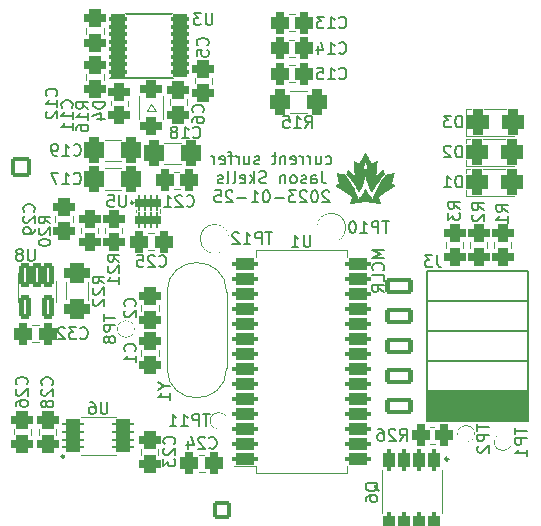
<source format=gbo>
G04 #@! TF.GenerationSoftware,KiCad,Pcbnew,(6.0.4)*
G04 #@! TF.CreationDate,2023-01-27T20:38:21-05:00*
G04 #@! TF.ProjectId,charging_on_the_pad,63686172-6769-46e6-975f-6f6e5f746865,rev?*
G04 #@! TF.SameCoordinates,Original*
G04 #@! TF.FileFunction,Legend,Bot*
G04 #@! TF.FilePolarity,Positive*
%FSLAX46Y46*%
G04 Gerber Fmt 4.6, Leading zero omitted, Abs format (unit mm)*
G04 Created by KiCad (PCBNEW (6.0.4)) date 2023-01-27 20:38:21*
%MOMM*%
%LPD*%
G01*
G04 APERTURE LIST*
G04 Aperture macros list*
%AMRoundRect*
0 Rectangle with rounded corners*
0 $1 Rounding radius*
0 $2 $3 $4 $5 $6 $7 $8 $9 X,Y pos of 4 corners*
0 Add a 4 corners polygon primitive as box body*
4,1,4,$2,$3,$4,$5,$6,$7,$8,$9,$2,$3,0*
0 Add four circle primitives for the rounded corners*
1,1,$1+$1,$2,$3*
1,1,$1+$1,$4,$5*
1,1,$1+$1,$6,$7*
1,1,$1+$1,$8,$9*
0 Add four rect primitives between the rounded corners*
20,1,$1+$1,$2,$3,$4,$5,0*
20,1,$1+$1,$4,$5,$6,$7,0*
20,1,$1+$1,$6,$7,$8,$9,0*
20,1,$1+$1,$8,$9,$2,$3,0*%
G04 Aperture macros list end*
%ADD10C,0.152400*%
%ADD11C,0.150000*%
%ADD12C,0.120000*%
%ADD13C,0.250000*%
%ADD14C,0.010000*%
%ADD15C,0.260000*%
%ADD16C,6.800000*%
%ADD17C,2.600000*%
%ADD18RoundRect,0.200000X-0.600000X-0.600000X0.600000X-0.600000X0.600000X0.600000X-0.600000X0.600000X0*%
%ADD19C,1.600000*%
%ADD20C,3.400000*%
%ADD21RoundRect,0.200000X-0.675000X-0.675000X0.675000X-0.675000X0.675000X0.675000X-0.675000X0.675000X0*%
%ADD22C,2.900000*%
%ADD23RoundRect,0.450000X-0.400000X-0.625000X0.400000X-0.625000X0.400000X0.625000X-0.400000X0.625000X0*%
%ADD24RoundRect,0.450000X-0.475000X0.337500X-0.475000X-0.337500X0.475000X-0.337500X0.475000X0.337500X0*%
%ADD25C,2.400000*%
%ADD26RoundRect,0.450000X-0.450000X0.350000X-0.450000X-0.350000X0.450000X-0.350000X0.450000X0.350000X0*%
%ADD27RoundRect,0.275000X-0.075000X0.375000X-0.075000X-0.375000X0.075000X-0.375000X0.075000X0.375000X0*%
%ADD28RoundRect,0.450001X-0.462499X-0.624999X0.462499X-0.624999X0.462499X0.624999X-0.462499X0.624999X0*%
%ADD29RoundRect,0.200000X1.000000X-0.500000X1.000000X0.500000X-1.000000X0.500000X-1.000000X-0.500000X0*%
%ADD30RoundRect,0.450000X0.475000X-0.337500X0.475000X0.337500X-0.475000X0.337500X-0.475000X-0.337500X0*%
%ADD31RoundRect,0.450000X-0.412500X-0.650000X0.412500X-0.650000X0.412500X0.650000X-0.412500X0.650000X0*%
%ADD32RoundRect,0.350000X-0.150000X0.600000X-0.150000X-0.600000X0.150000X-0.600000X0.150000X0.600000X0*%
%ADD33RoundRect,0.312500X-0.587500X-0.112500X0.587500X-0.112500X0.587500X0.112500X-0.587500X0.112500X0*%
%ADD34RoundRect,0.450000X0.337500X0.475000X-0.337500X0.475000X-0.337500X-0.475000X0.337500X-0.475000X0*%
%ADD35C,1.400000*%
%ADD36RoundRect,0.450000X-0.350000X-0.450000X0.350000X-0.450000X0.350000X0.450000X-0.350000X0.450000X0*%
%ADD37C,1.900000*%
%ADD38RoundRect,0.450000X-0.337500X-0.475000X0.337500X-0.475000X0.337500X0.475000X-0.337500X0.475000X0*%
%ADD39RoundRect,0.450000X-0.625000X0.400000X-0.625000X-0.400000X0.625000X-0.400000X0.625000X0.400000X0*%
%ADD40RoundRect,0.450000X0.450000X-0.350000X0.450000X0.350000X-0.450000X0.350000X-0.450000X-0.350000X0*%
%ADD41RoundRect,0.350000X-0.750000X-0.150000X0.750000X-0.150000X0.750000X0.150000X-0.750000X0.150000X0*%
%ADD42RoundRect,0.450000X0.412500X0.650000X-0.412500X0.650000X-0.412500X-0.650000X0.412500X-0.650000X0*%
%ADD43RoundRect,0.200000X-0.600000X-0.200000X0.600000X-0.200000X0.600000X0.200000X-0.600000X0.200000X0*%
%ADD44RoundRect,0.200000X-0.325000X0.780000X-0.325000X-0.780000X0.325000X-0.780000X0.325000X0.780000X0*%
%ADD45RoundRect,0.500000X-0.400000X0.300000X-0.400000X-0.300000X0.400000X-0.300000X0.400000X0.300000X0*%
G04 APERTURE END LIST*
D10*
X156109619Y-106084095D02*
X155093619Y-106084095D01*
X155819333Y-106422761D01*
X155093619Y-106761428D01*
X156109619Y-106761428D01*
X156012857Y-107825809D02*
X156061238Y-107777428D01*
X156109619Y-107632285D01*
X156109619Y-107535523D01*
X156061238Y-107390380D01*
X155964476Y-107293619D01*
X155867714Y-107245238D01*
X155674190Y-107196857D01*
X155529047Y-107196857D01*
X155335523Y-107245238D01*
X155238761Y-107293619D01*
X155142000Y-107390380D01*
X155093619Y-107535523D01*
X155093619Y-107632285D01*
X155142000Y-107777428D01*
X155190380Y-107825809D01*
X156109619Y-108745047D02*
X156109619Y-108261238D01*
X155093619Y-108261238D01*
X156109619Y-109664285D02*
X155625809Y-109325619D01*
X156109619Y-109083714D02*
X155093619Y-109083714D01*
X155093619Y-109470761D01*
X155142000Y-109567523D01*
X155190380Y-109615904D01*
X155287142Y-109664285D01*
X155432285Y-109664285D01*
X155529047Y-109615904D01*
X155577428Y-109567523D01*
X155625809Y-109470761D01*
X155625809Y-109083714D01*
D11*
X151171428Y-98794761D02*
X151266666Y-98842380D01*
X151457142Y-98842380D01*
X151552380Y-98794761D01*
X151600000Y-98747142D01*
X151647619Y-98651904D01*
X151647619Y-98366190D01*
X151600000Y-98270952D01*
X151552380Y-98223333D01*
X151457142Y-98175714D01*
X151266666Y-98175714D01*
X151171428Y-98223333D01*
X150314285Y-98175714D02*
X150314285Y-98842380D01*
X150742857Y-98175714D02*
X150742857Y-98699523D01*
X150695238Y-98794761D01*
X150600000Y-98842380D01*
X150457142Y-98842380D01*
X150361904Y-98794761D01*
X150314285Y-98747142D01*
X149838095Y-98842380D02*
X149838095Y-98175714D01*
X149838095Y-98366190D02*
X149790476Y-98270952D01*
X149742857Y-98223333D01*
X149647619Y-98175714D01*
X149552380Y-98175714D01*
X149219047Y-98842380D02*
X149219047Y-98175714D01*
X149219047Y-98366190D02*
X149171428Y-98270952D01*
X149123809Y-98223333D01*
X149028571Y-98175714D01*
X148933333Y-98175714D01*
X148219047Y-98794761D02*
X148314285Y-98842380D01*
X148504761Y-98842380D01*
X148600000Y-98794761D01*
X148647619Y-98699523D01*
X148647619Y-98318571D01*
X148600000Y-98223333D01*
X148504761Y-98175714D01*
X148314285Y-98175714D01*
X148219047Y-98223333D01*
X148171428Y-98318571D01*
X148171428Y-98413809D01*
X148647619Y-98509047D01*
X147742857Y-98175714D02*
X147742857Y-98842380D01*
X147742857Y-98270952D02*
X147695238Y-98223333D01*
X147600000Y-98175714D01*
X147457142Y-98175714D01*
X147361904Y-98223333D01*
X147314285Y-98318571D01*
X147314285Y-98842380D01*
X146980952Y-98175714D02*
X146600000Y-98175714D01*
X146838095Y-97842380D02*
X146838095Y-98699523D01*
X146790476Y-98794761D01*
X146695238Y-98842380D01*
X146600000Y-98842380D01*
X145552380Y-98794761D02*
X145457142Y-98842380D01*
X145266666Y-98842380D01*
X145171428Y-98794761D01*
X145123809Y-98699523D01*
X145123809Y-98651904D01*
X145171428Y-98556666D01*
X145266666Y-98509047D01*
X145409523Y-98509047D01*
X145504761Y-98461428D01*
X145552380Y-98366190D01*
X145552380Y-98318571D01*
X145504761Y-98223333D01*
X145409523Y-98175714D01*
X145266666Y-98175714D01*
X145171428Y-98223333D01*
X144266666Y-98175714D02*
X144266666Y-98842380D01*
X144695238Y-98175714D02*
X144695238Y-98699523D01*
X144647619Y-98794761D01*
X144552380Y-98842380D01*
X144409523Y-98842380D01*
X144314285Y-98794761D01*
X144266666Y-98747142D01*
X143790476Y-98842380D02*
X143790476Y-98175714D01*
X143790476Y-98366190D02*
X143742857Y-98270952D01*
X143695238Y-98223333D01*
X143600000Y-98175714D01*
X143504761Y-98175714D01*
X143314285Y-98175714D02*
X142933333Y-98175714D01*
X143171428Y-98842380D02*
X143171428Y-97985238D01*
X143123809Y-97890000D01*
X143028571Y-97842380D01*
X142933333Y-97842380D01*
X142219047Y-98794761D02*
X142314285Y-98842380D01*
X142504761Y-98842380D01*
X142600000Y-98794761D01*
X142647619Y-98699523D01*
X142647619Y-98318571D01*
X142600000Y-98223333D01*
X142504761Y-98175714D01*
X142314285Y-98175714D01*
X142219047Y-98223333D01*
X142171428Y-98318571D01*
X142171428Y-98413809D01*
X142647619Y-98509047D01*
X141742857Y-98842380D02*
X141742857Y-98175714D01*
X141742857Y-98366190D02*
X141695238Y-98270952D01*
X141647619Y-98223333D01*
X141552380Y-98175714D01*
X141457142Y-98175714D01*
X150838095Y-99452380D02*
X150838095Y-100166666D01*
X150885714Y-100309523D01*
X150980952Y-100404761D01*
X151123809Y-100452380D01*
X151219047Y-100452380D01*
X149933333Y-100452380D02*
X149933333Y-99928571D01*
X149980952Y-99833333D01*
X150076190Y-99785714D01*
X150266666Y-99785714D01*
X150361904Y-99833333D01*
X149933333Y-100404761D02*
X150028571Y-100452380D01*
X150266666Y-100452380D01*
X150361904Y-100404761D01*
X150409523Y-100309523D01*
X150409523Y-100214285D01*
X150361904Y-100119047D01*
X150266666Y-100071428D01*
X150028571Y-100071428D01*
X149933333Y-100023809D01*
X149504761Y-100404761D02*
X149409523Y-100452380D01*
X149219047Y-100452380D01*
X149123809Y-100404761D01*
X149076190Y-100309523D01*
X149076190Y-100261904D01*
X149123809Y-100166666D01*
X149219047Y-100119047D01*
X149361904Y-100119047D01*
X149457142Y-100071428D01*
X149504761Y-99976190D01*
X149504761Y-99928571D01*
X149457142Y-99833333D01*
X149361904Y-99785714D01*
X149219047Y-99785714D01*
X149123809Y-99833333D01*
X148504761Y-100452380D02*
X148600000Y-100404761D01*
X148647619Y-100357142D01*
X148695238Y-100261904D01*
X148695238Y-99976190D01*
X148647619Y-99880952D01*
X148600000Y-99833333D01*
X148504761Y-99785714D01*
X148361904Y-99785714D01*
X148266666Y-99833333D01*
X148219047Y-99880952D01*
X148171428Y-99976190D01*
X148171428Y-100261904D01*
X148219047Y-100357142D01*
X148266666Y-100404761D01*
X148361904Y-100452380D01*
X148504761Y-100452380D01*
X147742857Y-99785714D02*
X147742857Y-100452380D01*
X147742857Y-99880952D02*
X147695238Y-99833333D01*
X147600000Y-99785714D01*
X147457142Y-99785714D01*
X147361904Y-99833333D01*
X147314285Y-99928571D01*
X147314285Y-100452380D01*
X146123809Y-100404761D02*
X145980952Y-100452380D01*
X145742857Y-100452380D01*
X145647619Y-100404761D01*
X145600000Y-100357142D01*
X145552380Y-100261904D01*
X145552380Y-100166666D01*
X145600000Y-100071428D01*
X145647619Y-100023809D01*
X145742857Y-99976190D01*
X145933333Y-99928571D01*
X146028571Y-99880952D01*
X146076190Y-99833333D01*
X146123809Y-99738095D01*
X146123809Y-99642857D01*
X146076190Y-99547619D01*
X146028571Y-99500000D01*
X145933333Y-99452380D01*
X145695238Y-99452380D01*
X145552380Y-99500000D01*
X145123809Y-100452380D02*
X145123809Y-99452380D01*
X145028571Y-100071428D02*
X144742857Y-100452380D01*
X144742857Y-99785714D02*
X145123809Y-100166666D01*
X143933333Y-100404761D02*
X144028571Y-100452380D01*
X144219047Y-100452380D01*
X144314285Y-100404761D01*
X144361904Y-100309523D01*
X144361904Y-99928571D01*
X144314285Y-99833333D01*
X144219047Y-99785714D01*
X144028571Y-99785714D01*
X143933333Y-99833333D01*
X143885714Y-99928571D01*
X143885714Y-100023809D01*
X144361904Y-100119047D01*
X143314285Y-100452380D02*
X143409523Y-100404761D01*
X143457142Y-100309523D01*
X143457142Y-99452380D01*
X142790476Y-100452380D02*
X142885714Y-100404761D01*
X142933333Y-100309523D01*
X142933333Y-99452380D01*
X142457142Y-100404761D02*
X142361904Y-100452380D01*
X142171428Y-100452380D01*
X142076190Y-100404761D01*
X142028571Y-100309523D01*
X142028571Y-100261904D01*
X142076190Y-100166666D01*
X142171428Y-100119047D01*
X142314285Y-100119047D01*
X142409523Y-100071428D01*
X142457142Y-99976190D01*
X142457142Y-99928571D01*
X142409523Y-99833333D01*
X142314285Y-99785714D01*
X142171428Y-99785714D01*
X142076190Y-99833333D01*
X151457142Y-101157619D02*
X151409523Y-101110000D01*
X151314285Y-101062380D01*
X151076190Y-101062380D01*
X150980952Y-101110000D01*
X150933333Y-101157619D01*
X150885714Y-101252857D01*
X150885714Y-101348095D01*
X150933333Y-101490952D01*
X151504761Y-102062380D01*
X150885714Y-102062380D01*
X150266666Y-101062380D02*
X150171428Y-101062380D01*
X150076190Y-101110000D01*
X150028571Y-101157619D01*
X149980952Y-101252857D01*
X149933333Y-101443333D01*
X149933333Y-101681428D01*
X149980952Y-101871904D01*
X150028571Y-101967142D01*
X150076190Y-102014761D01*
X150171428Y-102062380D01*
X150266666Y-102062380D01*
X150361904Y-102014761D01*
X150409523Y-101967142D01*
X150457142Y-101871904D01*
X150504761Y-101681428D01*
X150504761Y-101443333D01*
X150457142Y-101252857D01*
X150409523Y-101157619D01*
X150361904Y-101110000D01*
X150266666Y-101062380D01*
X149552380Y-101157619D02*
X149504761Y-101110000D01*
X149409523Y-101062380D01*
X149171428Y-101062380D01*
X149076190Y-101110000D01*
X149028571Y-101157619D01*
X148980952Y-101252857D01*
X148980952Y-101348095D01*
X149028571Y-101490952D01*
X149600000Y-102062380D01*
X148980952Y-102062380D01*
X148647619Y-101062380D02*
X148028571Y-101062380D01*
X148361904Y-101443333D01*
X148219047Y-101443333D01*
X148123809Y-101490952D01*
X148076190Y-101538571D01*
X148028571Y-101633809D01*
X148028571Y-101871904D01*
X148076190Y-101967142D01*
X148123809Y-102014761D01*
X148219047Y-102062380D01*
X148504761Y-102062380D01*
X148600000Y-102014761D01*
X148647619Y-101967142D01*
X147600000Y-101681428D02*
X146838095Y-101681428D01*
X146171428Y-101062380D02*
X146076190Y-101062380D01*
X145980952Y-101110000D01*
X145933333Y-101157619D01*
X145885714Y-101252857D01*
X145838095Y-101443333D01*
X145838095Y-101681428D01*
X145885714Y-101871904D01*
X145933333Y-101967142D01*
X145980952Y-102014761D01*
X146076190Y-102062380D01*
X146171428Y-102062380D01*
X146266666Y-102014761D01*
X146314285Y-101967142D01*
X146361904Y-101871904D01*
X146409523Y-101681428D01*
X146409523Y-101443333D01*
X146361904Y-101252857D01*
X146314285Y-101157619D01*
X146266666Y-101110000D01*
X146171428Y-101062380D01*
X144885714Y-102062380D02*
X145457142Y-102062380D01*
X145171428Y-102062380D02*
X145171428Y-101062380D01*
X145266666Y-101205238D01*
X145361904Y-101300476D01*
X145457142Y-101348095D01*
X144457142Y-101681428D02*
X143695238Y-101681428D01*
X143266666Y-101157619D02*
X143219047Y-101110000D01*
X143123809Y-101062380D01*
X142885714Y-101062380D01*
X142790476Y-101110000D01*
X142742857Y-101157619D01*
X142695238Y-101252857D01*
X142695238Y-101348095D01*
X142742857Y-101490952D01*
X143314285Y-102062380D01*
X142695238Y-102062380D01*
X141790476Y-101062380D02*
X142266666Y-101062380D01*
X142314285Y-101538571D01*
X142266666Y-101490952D01*
X142171428Y-101443333D01*
X141933333Y-101443333D01*
X141838095Y-101490952D01*
X141790476Y-101538571D01*
X141742857Y-101633809D01*
X141742857Y-101871904D01*
X141790476Y-101967142D01*
X141838095Y-102014761D01*
X141933333Y-102062380D01*
X142171428Y-102062380D01*
X142266666Y-102014761D01*
X142314285Y-101967142D01*
X149442857Y-95752380D02*
X149776190Y-95276190D01*
X150014285Y-95752380D02*
X150014285Y-94752380D01*
X149633333Y-94752380D01*
X149538095Y-94800000D01*
X149490476Y-94847619D01*
X149442857Y-94942857D01*
X149442857Y-95085714D01*
X149490476Y-95180952D01*
X149538095Y-95228571D01*
X149633333Y-95276190D01*
X150014285Y-95276190D01*
X148490476Y-95752380D02*
X149061904Y-95752380D01*
X148776190Y-95752380D02*
X148776190Y-94752380D01*
X148871428Y-94895238D01*
X148966666Y-94990476D01*
X149061904Y-95038095D01*
X147585714Y-94752380D02*
X148061904Y-94752380D01*
X148109523Y-95228571D01*
X148061904Y-95180952D01*
X147966666Y-95133333D01*
X147728571Y-95133333D01*
X147633333Y-95180952D01*
X147585714Y-95228571D01*
X147538095Y-95323809D01*
X147538095Y-95561904D01*
X147585714Y-95657142D01*
X147633333Y-95704761D01*
X147728571Y-95752380D01*
X147966666Y-95752380D01*
X148061904Y-95704761D01*
X148109523Y-95657142D01*
X127992142Y-117517142D02*
X128039761Y-117469523D01*
X128087380Y-117326666D01*
X128087380Y-117231428D01*
X128039761Y-117088571D01*
X127944523Y-116993333D01*
X127849285Y-116945714D01*
X127658809Y-116898095D01*
X127515952Y-116898095D01*
X127325476Y-116945714D01*
X127230238Y-116993333D01*
X127135000Y-117088571D01*
X127087380Y-117231428D01*
X127087380Y-117326666D01*
X127135000Y-117469523D01*
X127182619Y-117517142D01*
X127182619Y-117898095D02*
X127135000Y-117945714D01*
X127087380Y-118040952D01*
X127087380Y-118279047D01*
X127135000Y-118374285D01*
X127182619Y-118421904D01*
X127277857Y-118469523D01*
X127373095Y-118469523D01*
X127515952Y-118421904D01*
X128087380Y-117850476D01*
X128087380Y-118469523D01*
X127515952Y-119040952D02*
X127468333Y-118945714D01*
X127420714Y-118898095D01*
X127325476Y-118850476D01*
X127277857Y-118850476D01*
X127182619Y-118898095D01*
X127135000Y-118945714D01*
X127087380Y-119040952D01*
X127087380Y-119231428D01*
X127135000Y-119326666D01*
X127182619Y-119374285D01*
X127277857Y-119421904D01*
X127325476Y-119421904D01*
X127420714Y-119374285D01*
X127468333Y-119326666D01*
X127515952Y-119231428D01*
X127515952Y-119040952D01*
X127563571Y-118945714D01*
X127611190Y-118898095D01*
X127706428Y-118850476D01*
X127896904Y-118850476D01*
X127992142Y-118898095D01*
X128039761Y-118945714D01*
X128087380Y-119040952D01*
X128087380Y-119231428D01*
X128039761Y-119326666D01*
X127992142Y-119374285D01*
X127896904Y-119421904D01*
X127706428Y-119421904D01*
X127611190Y-119374285D01*
X127563571Y-119326666D01*
X127515952Y-119231428D01*
X146638095Y-104602380D02*
X146066666Y-104602380D01*
X146352380Y-105602380D02*
X146352380Y-104602380D01*
X145733333Y-105602380D02*
X145733333Y-104602380D01*
X145352380Y-104602380D01*
X145257142Y-104650000D01*
X145209523Y-104697619D01*
X145161904Y-104792857D01*
X145161904Y-104935714D01*
X145209523Y-105030952D01*
X145257142Y-105078571D01*
X145352380Y-105126190D01*
X145733333Y-105126190D01*
X144209523Y-105602380D02*
X144780952Y-105602380D01*
X144495238Y-105602380D02*
X144495238Y-104602380D01*
X144590476Y-104745238D01*
X144685714Y-104840476D01*
X144780952Y-104888095D01*
X143828571Y-104697619D02*
X143780952Y-104650000D01*
X143685714Y-104602380D01*
X143447619Y-104602380D01*
X143352380Y-104650000D01*
X143304761Y-104697619D01*
X143257142Y-104792857D01*
X143257142Y-104888095D01*
X143304761Y-105030952D01*
X143876190Y-105602380D01*
X143257142Y-105602380D01*
X162529780Y-102601733D02*
X162053590Y-102268400D01*
X162529780Y-102030304D02*
X161529780Y-102030304D01*
X161529780Y-102411257D01*
X161577400Y-102506495D01*
X161625019Y-102554114D01*
X161720257Y-102601733D01*
X161863114Y-102601733D01*
X161958352Y-102554114D01*
X162005971Y-102506495D01*
X162053590Y-102411257D01*
X162053590Y-102030304D01*
X161529780Y-102935066D02*
X161529780Y-103554114D01*
X161910733Y-103220780D01*
X161910733Y-103363638D01*
X161958352Y-103458876D01*
X162005971Y-103506495D01*
X162101209Y-103554114D01*
X162339304Y-103554114D01*
X162434542Y-103506495D01*
X162482161Y-103458876D01*
X162529780Y-103363638D01*
X162529780Y-103077923D01*
X162482161Y-102982685D01*
X162434542Y-102935066D01*
X134261904Y-101452380D02*
X134261904Y-102261904D01*
X134214285Y-102357142D01*
X134166666Y-102404761D01*
X134071428Y-102452380D01*
X133880952Y-102452380D01*
X133785714Y-102404761D01*
X133738095Y-102357142D01*
X133690476Y-102261904D01*
X133690476Y-101452380D01*
X132738095Y-101452380D02*
X133214285Y-101452380D01*
X133261904Y-101928571D01*
X133214285Y-101880952D01*
X133119047Y-101833333D01*
X132880952Y-101833333D01*
X132785714Y-101880952D01*
X132738095Y-101928571D01*
X132690476Y-102023809D01*
X132690476Y-102261904D01*
X132738095Y-102357142D01*
X132785714Y-102404761D01*
X132880952Y-102452380D01*
X133119047Y-102452380D01*
X133214285Y-102404761D01*
X133261904Y-102357142D01*
X162688495Y-98267780D02*
X162688495Y-97267780D01*
X162450400Y-97267780D01*
X162307542Y-97315400D01*
X162212304Y-97410638D01*
X162164685Y-97505876D01*
X162117066Y-97696352D01*
X162117066Y-97839209D01*
X162164685Y-98029685D01*
X162212304Y-98124923D01*
X162307542Y-98220161D01*
X162450400Y-98267780D01*
X162688495Y-98267780D01*
X161736114Y-97363019D02*
X161688495Y-97315400D01*
X161593257Y-97267780D01*
X161355161Y-97267780D01*
X161259923Y-97315400D01*
X161212304Y-97363019D01*
X161164685Y-97458257D01*
X161164685Y-97553495D01*
X161212304Y-97696352D01*
X161783733Y-98267780D01*
X161164685Y-98267780D01*
X125833142Y-117486142D02*
X125880761Y-117438523D01*
X125928380Y-117295666D01*
X125928380Y-117200428D01*
X125880761Y-117057571D01*
X125785523Y-116962333D01*
X125690285Y-116914714D01*
X125499809Y-116867095D01*
X125356952Y-116867095D01*
X125166476Y-116914714D01*
X125071238Y-116962333D01*
X124976000Y-117057571D01*
X124928380Y-117200428D01*
X124928380Y-117295666D01*
X124976000Y-117438523D01*
X125023619Y-117486142D01*
X125023619Y-117867095D02*
X124976000Y-117914714D01*
X124928380Y-118009952D01*
X124928380Y-118248047D01*
X124976000Y-118343285D01*
X125023619Y-118390904D01*
X125118857Y-118438523D01*
X125214095Y-118438523D01*
X125356952Y-118390904D01*
X125928380Y-117819476D01*
X125928380Y-118438523D01*
X124928380Y-119295666D02*
X124928380Y-119105190D01*
X124976000Y-119009952D01*
X125023619Y-118962333D01*
X125166476Y-118867095D01*
X125356952Y-118819476D01*
X125737904Y-118819476D01*
X125833142Y-118867095D01*
X125880761Y-118914714D01*
X125928380Y-119009952D01*
X125928380Y-119200428D01*
X125880761Y-119295666D01*
X125833142Y-119343285D01*
X125737904Y-119390904D01*
X125499809Y-119390904D01*
X125404571Y-119343285D01*
X125356952Y-119295666D01*
X125309333Y-119200428D01*
X125309333Y-119009952D01*
X125356952Y-118914714D01*
X125404571Y-118867095D01*
X125499809Y-118819476D01*
X133700780Y-107078542D02*
X133224590Y-106745209D01*
X133700780Y-106507114D02*
X132700780Y-106507114D01*
X132700780Y-106888066D01*
X132748400Y-106983304D01*
X132796019Y-107030923D01*
X132891257Y-107078542D01*
X133034114Y-107078542D01*
X133129352Y-107030923D01*
X133176971Y-106983304D01*
X133224590Y-106888066D01*
X133224590Y-106507114D01*
X132796019Y-107459495D02*
X132748400Y-107507114D01*
X132700780Y-107602352D01*
X132700780Y-107840447D01*
X132748400Y-107935685D01*
X132796019Y-107983304D01*
X132891257Y-108030923D01*
X132986495Y-108030923D01*
X133129352Y-107983304D01*
X133700780Y-107411876D01*
X133700780Y-108030923D01*
X133700780Y-108983304D02*
X133700780Y-108411876D01*
X133700780Y-108697590D02*
X132700780Y-108697590D01*
X132843638Y-108602352D01*
X132938876Y-108507114D01*
X132986495Y-108411876D01*
X160583333Y-106552380D02*
X160583333Y-107266666D01*
X160630952Y-107409523D01*
X160726190Y-107504761D01*
X160869047Y-107552380D01*
X160964285Y-107552380D01*
X160202380Y-106552380D02*
X159583333Y-106552380D01*
X159916666Y-106933333D01*
X159773809Y-106933333D01*
X159678571Y-106980952D01*
X159630952Y-107028571D01*
X159583333Y-107123809D01*
X159583333Y-107361904D01*
X159630952Y-107457142D01*
X159678571Y-107504761D01*
X159773809Y-107552380D01*
X160059523Y-107552380D01*
X160154761Y-107504761D01*
X160202380Y-107457142D01*
X140757142Y-94433333D02*
X140804761Y-94385714D01*
X140852380Y-94242857D01*
X140852380Y-94147619D01*
X140804761Y-94004761D01*
X140709523Y-93909523D01*
X140614285Y-93861904D01*
X140423809Y-93814285D01*
X140280952Y-93814285D01*
X140090476Y-93861904D01*
X139995238Y-93909523D01*
X139900000Y-94004761D01*
X139852380Y-94147619D01*
X139852380Y-94242857D01*
X139900000Y-94385714D01*
X139947619Y-94433333D01*
X139852380Y-95290476D02*
X139852380Y-95100000D01*
X139900000Y-95004761D01*
X139947619Y-94957142D01*
X140090476Y-94861904D01*
X140280952Y-94814285D01*
X140661904Y-94814285D01*
X140757142Y-94861904D01*
X140804761Y-94909523D01*
X140852380Y-95004761D01*
X140852380Y-95195238D01*
X140804761Y-95290476D01*
X140757142Y-95338095D01*
X140661904Y-95385714D01*
X140423809Y-95385714D01*
X140328571Y-95338095D01*
X140280952Y-95290476D01*
X140233333Y-95195238D01*
X140233333Y-95004761D01*
X140280952Y-94909523D01*
X140328571Y-94861904D01*
X140423809Y-94814285D01*
X139942857Y-96557142D02*
X139990476Y-96604761D01*
X140133333Y-96652380D01*
X140228571Y-96652380D01*
X140371428Y-96604761D01*
X140466666Y-96509523D01*
X140514285Y-96414285D01*
X140561904Y-96223809D01*
X140561904Y-96080952D01*
X140514285Y-95890476D01*
X140466666Y-95795238D01*
X140371428Y-95700000D01*
X140228571Y-95652380D01*
X140133333Y-95652380D01*
X139990476Y-95700000D01*
X139942857Y-95747619D01*
X138990476Y-96652380D02*
X139561904Y-96652380D01*
X139276190Y-96652380D02*
X139276190Y-95652380D01*
X139371428Y-95795238D01*
X139466666Y-95890476D01*
X139561904Y-95938095D01*
X138419047Y-96080952D02*
X138514285Y-96033333D01*
X138561904Y-95985714D01*
X138609523Y-95890476D01*
X138609523Y-95842857D01*
X138561904Y-95747619D01*
X138514285Y-95700000D01*
X138419047Y-95652380D01*
X138228571Y-95652380D01*
X138133333Y-95700000D01*
X138085714Y-95747619D01*
X138038095Y-95842857D01*
X138038095Y-95890476D01*
X138085714Y-95985714D01*
X138133333Y-96033333D01*
X138228571Y-96080952D01*
X138419047Y-96080952D01*
X138514285Y-96128571D01*
X138561904Y-96176190D01*
X138609523Y-96271428D01*
X138609523Y-96461904D01*
X138561904Y-96557142D01*
X138514285Y-96604761D01*
X138419047Y-96652380D01*
X138228571Y-96652380D01*
X138133333Y-96604761D01*
X138085714Y-96557142D01*
X138038095Y-96461904D01*
X138038095Y-96271428D01*
X138085714Y-96176190D01*
X138133333Y-96128571D01*
X138228571Y-96080952D01*
X135002542Y-110856733D02*
X135050161Y-110809114D01*
X135097780Y-110666257D01*
X135097780Y-110571019D01*
X135050161Y-110428161D01*
X134954923Y-110332923D01*
X134859685Y-110285304D01*
X134669209Y-110237685D01*
X134526352Y-110237685D01*
X134335876Y-110285304D01*
X134240638Y-110332923D01*
X134145400Y-110428161D01*
X134097780Y-110571019D01*
X134097780Y-110666257D01*
X134145400Y-110809114D01*
X134193019Y-110856733D01*
X134193019Y-111237685D02*
X134145400Y-111285304D01*
X134097780Y-111380542D01*
X134097780Y-111618638D01*
X134145400Y-111713876D01*
X134193019Y-111761495D01*
X134288257Y-111809114D01*
X134383495Y-111809114D01*
X134526352Y-111761495D01*
X135097780Y-111190066D01*
X135097780Y-111809114D01*
X128357142Y-93057142D02*
X128404761Y-93009523D01*
X128452380Y-92866666D01*
X128452380Y-92771428D01*
X128404761Y-92628571D01*
X128309523Y-92533333D01*
X128214285Y-92485714D01*
X128023809Y-92438095D01*
X127880952Y-92438095D01*
X127690476Y-92485714D01*
X127595238Y-92533333D01*
X127500000Y-92628571D01*
X127452380Y-92771428D01*
X127452380Y-92866666D01*
X127500000Y-93009523D01*
X127547619Y-93057142D01*
X128452380Y-94009523D02*
X128452380Y-93438095D01*
X128452380Y-93723809D02*
X127452380Y-93723809D01*
X127595238Y-93628571D01*
X127690476Y-93533333D01*
X127738095Y-93438095D01*
X127547619Y-94390476D02*
X127500000Y-94438095D01*
X127452380Y-94533333D01*
X127452380Y-94771428D01*
X127500000Y-94866666D01*
X127547619Y-94914285D01*
X127642857Y-94961904D01*
X127738095Y-94961904D01*
X127880952Y-94914285D01*
X128452380Y-94342857D01*
X128452380Y-94961904D01*
X138329942Y-122521142D02*
X138377561Y-122473523D01*
X138425180Y-122330666D01*
X138425180Y-122235428D01*
X138377561Y-122092571D01*
X138282323Y-121997333D01*
X138187085Y-121949714D01*
X137996609Y-121902095D01*
X137853752Y-121902095D01*
X137663276Y-121949714D01*
X137568038Y-121997333D01*
X137472800Y-122092571D01*
X137425180Y-122235428D01*
X137425180Y-122330666D01*
X137472800Y-122473523D01*
X137520419Y-122521142D01*
X137520419Y-122902095D02*
X137472800Y-122949714D01*
X137425180Y-123044952D01*
X137425180Y-123283047D01*
X137472800Y-123378285D01*
X137520419Y-123425904D01*
X137615657Y-123473523D01*
X137710895Y-123473523D01*
X137853752Y-123425904D01*
X138425180Y-122854476D01*
X138425180Y-123473523D01*
X137425180Y-123806857D02*
X137425180Y-124425904D01*
X137806133Y-124092571D01*
X137806133Y-124235428D01*
X137853752Y-124330666D01*
X137901371Y-124378285D01*
X137996609Y-124425904D01*
X138234704Y-124425904D01*
X138329942Y-124378285D01*
X138377561Y-124330666D01*
X138425180Y-124235428D01*
X138425180Y-123949714D01*
X138377561Y-123854476D01*
X138329942Y-123806857D01*
X155640019Y-126515761D02*
X155592400Y-126420523D01*
X155497161Y-126325285D01*
X155354304Y-126182428D01*
X155306685Y-126087190D01*
X155306685Y-125991952D01*
X155544780Y-126039571D02*
X155497161Y-125944333D01*
X155401923Y-125849095D01*
X155211447Y-125801476D01*
X154878114Y-125801476D01*
X154687638Y-125849095D01*
X154592400Y-125944333D01*
X154544780Y-126039571D01*
X154544780Y-126230047D01*
X154592400Y-126325285D01*
X154687638Y-126420523D01*
X154878114Y-126468142D01*
X155211447Y-126468142D01*
X155401923Y-126420523D01*
X155497161Y-126325285D01*
X155544780Y-126230047D01*
X155544780Y-126039571D01*
X154544780Y-127325285D02*
X154544780Y-127134809D01*
X154592400Y-127039571D01*
X154640019Y-126991952D01*
X154782876Y-126896714D01*
X154973352Y-126849095D01*
X155354304Y-126849095D01*
X155449542Y-126896714D01*
X155497161Y-126944333D01*
X155544780Y-127039571D01*
X155544780Y-127230047D01*
X155497161Y-127325285D01*
X155449542Y-127372904D01*
X155354304Y-127420523D01*
X155116209Y-127420523D01*
X155020971Y-127372904D01*
X154973352Y-127325285D01*
X154925733Y-127230047D01*
X154925733Y-127039571D01*
X154973352Y-126944333D01*
X155020971Y-126896714D01*
X155116209Y-126849095D01*
X129657142Y-94057142D02*
X129704761Y-94009523D01*
X129752380Y-93866666D01*
X129752380Y-93771428D01*
X129704761Y-93628571D01*
X129609523Y-93533333D01*
X129514285Y-93485714D01*
X129323809Y-93438095D01*
X129180952Y-93438095D01*
X128990476Y-93485714D01*
X128895238Y-93533333D01*
X128800000Y-93628571D01*
X128752380Y-93771428D01*
X128752380Y-93866666D01*
X128800000Y-94009523D01*
X128847619Y-94057142D01*
X129752380Y-95009523D02*
X129752380Y-94438095D01*
X129752380Y-94723809D02*
X128752380Y-94723809D01*
X128895238Y-94628571D01*
X128990476Y-94533333D01*
X129038095Y-94438095D01*
X129752380Y-95961904D02*
X129752380Y-95390476D01*
X129752380Y-95676190D02*
X128752380Y-95676190D01*
X128895238Y-95580952D01*
X128990476Y-95485714D01*
X129038095Y-95390476D01*
X132682904Y-118984780D02*
X132682904Y-119794304D01*
X132635285Y-119889542D01*
X132587666Y-119937161D01*
X132492428Y-119984780D01*
X132301952Y-119984780D01*
X132206714Y-119937161D01*
X132159095Y-119889542D01*
X132111476Y-119794304D01*
X132111476Y-118984780D01*
X131206714Y-118984780D02*
X131397190Y-118984780D01*
X131492428Y-119032400D01*
X131540047Y-119080019D01*
X131635285Y-119222876D01*
X131682904Y-119413352D01*
X131682904Y-119794304D01*
X131635285Y-119889542D01*
X131587666Y-119937161D01*
X131492428Y-119984780D01*
X131301952Y-119984780D01*
X131206714Y-119937161D01*
X131159095Y-119889542D01*
X131111476Y-119794304D01*
X131111476Y-119556209D01*
X131159095Y-119460971D01*
X131206714Y-119413352D01*
X131301952Y-119365733D01*
X131492428Y-119365733D01*
X131587666Y-119413352D01*
X131635285Y-119460971D01*
X131682904Y-119556209D01*
X152306257Y-91568542D02*
X152353876Y-91616161D01*
X152496733Y-91663780D01*
X152591971Y-91663780D01*
X152734828Y-91616161D01*
X152830066Y-91520923D01*
X152877685Y-91425685D01*
X152925304Y-91235209D01*
X152925304Y-91092352D01*
X152877685Y-90901876D01*
X152830066Y-90806638D01*
X152734828Y-90711400D01*
X152591971Y-90663780D01*
X152496733Y-90663780D01*
X152353876Y-90711400D01*
X152306257Y-90759019D01*
X151353876Y-91663780D02*
X151925304Y-91663780D01*
X151639590Y-91663780D02*
X151639590Y-90663780D01*
X151734828Y-90806638D01*
X151830066Y-90901876D01*
X151925304Y-90949495D01*
X150449114Y-90663780D02*
X150925304Y-90663780D01*
X150972923Y-91139971D01*
X150925304Y-91092352D01*
X150830066Y-91044733D01*
X150591971Y-91044733D01*
X150496733Y-91092352D01*
X150449114Y-91139971D01*
X150401495Y-91235209D01*
X150401495Y-91473304D01*
X150449114Y-91568542D01*
X150496733Y-91616161D01*
X150591971Y-91663780D01*
X150830066Y-91663780D01*
X150925304Y-91616161D01*
X150972923Y-91568542D01*
X135002542Y-114666733D02*
X135050161Y-114619114D01*
X135097780Y-114476257D01*
X135097780Y-114381019D01*
X135050161Y-114238161D01*
X134954923Y-114142923D01*
X134859685Y-114095304D01*
X134669209Y-114047685D01*
X134526352Y-114047685D01*
X134335876Y-114095304D01*
X134240638Y-114142923D01*
X134145400Y-114238161D01*
X134097780Y-114381019D01*
X134097780Y-114476257D01*
X134145400Y-114619114D01*
X134193019Y-114666733D01*
X135097780Y-115619114D02*
X135097780Y-115047685D01*
X135097780Y-115333400D02*
X134097780Y-115333400D01*
X134240638Y-115238161D01*
X134335876Y-115142923D01*
X134383495Y-115047685D01*
X126457142Y-102857142D02*
X126504761Y-102809523D01*
X126552380Y-102666666D01*
X126552380Y-102571428D01*
X126504761Y-102428571D01*
X126409523Y-102333333D01*
X126314285Y-102285714D01*
X126123809Y-102238095D01*
X125980952Y-102238095D01*
X125790476Y-102285714D01*
X125695238Y-102333333D01*
X125600000Y-102428571D01*
X125552380Y-102571428D01*
X125552380Y-102666666D01*
X125600000Y-102809523D01*
X125647619Y-102857142D01*
X125647619Y-103238095D02*
X125600000Y-103285714D01*
X125552380Y-103380952D01*
X125552380Y-103619047D01*
X125600000Y-103714285D01*
X125647619Y-103761904D01*
X125742857Y-103809523D01*
X125838095Y-103809523D01*
X125980952Y-103761904D01*
X126552380Y-103190476D01*
X126552380Y-103809523D01*
X126552380Y-104285714D02*
X126552380Y-104476190D01*
X126504761Y-104571428D01*
X126457142Y-104619047D01*
X126314285Y-104714285D01*
X126123809Y-104761904D01*
X125742857Y-104761904D01*
X125647619Y-104714285D01*
X125600000Y-104666666D01*
X125552380Y-104571428D01*
X125552380Y-104380952D01*
X125600000Y-104285714D01*
X125647619Y-104238095D01*
X125742857Y-104190476D01*
X125980952Y-104190476D01*
X126076190Y-104238095D01*
X126123809Y-104285714D01*
X126171428Y-104380952D01*
X126171428Y-104571428D01*
X126123809Y-104666666D01*
X126076190Y-104714285D01*
X125980952Y-104761904D01*
X132352380Y-111538095D02*
X132352380Y-112109523D01*
X133352380Y-111823809D02*
X132352380Y-111823809D01*
X133352380Y-112442857D02*
X132352380Y-112442857D01*
X132352380Y-112823809D01*
X132400000Y-112919047D01*
X132447619Y-112966666D01*
X132542857Y-113014285D01*
X132685714Y-113014285D01*
X132780952Y-112966666D01*
X132828571Y-112919047D01*
X132876190Y-112823809D01*
X132876190Y-112442857D01*
X132780952Y-113585714D02*
X132733333Y-113490476D01*
X132685714Y-113442857D01*
X132590476Y-113395238D01*
X132542857Y-113395238D01*
X132447619Y-113442857D01*
X132400000Y-113490476D01*
X132352380Y-113585714D01*
X132352380Y-113776190D01*
X132400000Y-113871428D01*
X132447619Y-113919047D01*
X132542857Y-113966666D01*
X132590476Y-113966666D01*
X132685714Y-113919047D01*
X132733333Y-113871428D01*
X132780952Y-113776190D01*
X132780952Y-113585714D01*
X132828571Y-113490476D01*
X132876190Y-113442857D01*
X132971428Y-113395238D01*
X133161904Y-113395238D01*
X133257142Y-113442857D01*
X133304761Y-113490476D01*
X133352380Y-113585714D01*
X133352380Y-113776190D01*
X133304761Y-113871428D01*
X133257142Y-113919047D01*
X133161904Y-113966666D01*
X132971428Y-113966666D01*
X132876190Y-113919047D01*
X132828571Y-113871428D01*
X132780952Y-113776190D01*
X152306257Y-87250542D02*
X152353876Y-87298161D01*
X152496733Y-87345780D01*
X152591971Y-87345780D01*
X152734828Y-87298161D01*
X152830066Y-87202923D01*
X152877685Y-87107685D01*
X152925304Y-86917209D01*
X152925304Y-86774352D01*
X152877685Y-86583876D01*
X152830066Y-86488638D01*
X152734828Y-86393400D01*
X152591971Y-86345780D01*
X152496733Y-86345780D01*
X152353876Y-86393400D01*
X152306257Y-86441019D01*
X151353876Y-87345780D02*
X151925304Y-87345780D01*
X151639590Y-87345780D02*
X151639590Y-86345780D01*
X151734828Y-86488638D01*
X151830066Y-86583876D01*
X151925304Y-86631495D01*
X151020542Y-86345780D02*
X150401495Y-86345780D01*
X150734828Y-86726733D01*
X150591971Y-86726733D01*
X150496733Y-86774352D01*
X150449114Y-86821971D01*
X150401495Y-86917209D01*
X150401495Y-87155304D01*
X150449114Y-87250542D01*
X150496733Y-87298161D01*
X150591971Y-87345780D01*
X150877685Y-87345780D01*
X150972923Y-87298161D01*
X151020542Y-87250542D01*
X141308057Y-122832342D02*
X141355676Y-122879961D01*
X141498533Y-122927580D01*
X141593771Y-122927580D01*
X141736628Y-122879961D01*
X141831866Y-122784723D01*
X141879485Y-122689485D01*
X141927104Y-122499009D01*
X141927104Y-122356152D01*
X141879485Y-122165676D01*
X141831866Y-122070438D01*
X141736628Y-121975200D01*
X141593771Y-121927580D01*
X141498533Y-121927580D01*
X141355676Y-121975200D01*
X141308057Y-122022819D01*
X140927104Y-122022819D02*
X140879485Y-121975200D01*
X140784247Y-121927580D01*
X140546152Y-121927580D01*
X140450914Y-121975200D01*
X140403295Y-122022819D01*
X140355676Y-122118057D01*
X140355676Y-122213295D01*
X140403295Y-122356152D01*
X140974723Y-122927580D01*
X140355676Y-122927580D01*
X139498533Y-122260914D02*
X139498533Y-122927580D01*
X139736628Y-121879961D02*
X139974723Y-122594247D01*
X139355676Y-122594247D01*
X167202380Y-121138095D02*
X167202380Y-121709523D01*
X168202380Y-121423809D02*
X167202380Y-121423809D01*
X168202380Y-122042857D02*
X167202380Y-122042857D01*
X167202380Y-122423809D01*
X167250000Y-122519047D01*
X167297619Y-122566666D01*
X167392857Y-122614285D01*
X167535714Y-122614285D01*
X167630952Y-122566666D01*
X167678571Y-122519047D01*
X167726190Y-122423809D01*
X167726190Y-122042857D01*
X168202380Y-123566666D02*
X168202380Y-122995238D01*
X168202380Y-123280952D02*
X167202380Y-123280952D01*
X167345238Y-123185714D01*
X167440476Y-123090476D01*
X167488095Y-122995238D01*
X162688495Y-95727780D02*
X162688495Y-94727780D01*
X162450400Y-94727780D01*
X162307542Y-94775400D01*
X162212304Y-94870638D01*
X162164685Y-94965876D01*
X162117066Y-95156352D01*
X162117066Y-95299209D01*
X162164685Y-95489685D01*
X162212304Y-95584923D01*
X162307542Y-95680161D01*
X162450400Y-95727780D01*
X162688495Y-95727780D01*
X161783733Y-94727780D02*
X161164685Y-94727780D01*
X161498019Y-95108733D01*
X161355161Y-95108733D01*
X161259923Y-95156352D01*
X161212304Y-95203971D01*
X161164685Y-95299209D01*
X161164685Y-95537304D01*
X161212304Y-95632542D01*
X161259923Y-95680161D01*
X161355161Y-95727780D01*
X161640876Y-95727780D01*
X161736114Y-95680161D01*
X161783733Y-95632542D01*
X157442857Y-122252380D02*
X157776190Y-121776190D01*
X158014285Y-122252380D02*
X158014285Y-121252380D01*
X157633333Y-121252380D01*
X157538095Y-121300000D01*
X157490476Y-121347619D01*
X157442857Y-121442857D01*
X157442857Y-121585714D01*
X157490476Y-121680952D01*
X157538095Y-121728571D01*
X157633333Y-121776190D01*
X158014285Y-121776190D01*
X157061904Y-121347619D02*
X157014285Y-121300000D01*
X156919047Y-121252380D01*
X156680952Y-121252380D01*
X156585714Y-121300000D01*
X156538095Y-121347619D01*
X156490476Y-121442857D01*
X156490476Y-121538095D01*
X156538095Y-121680952D01*
X157109523Y-122252380D01*
X156490476Y-122252380D01*
X155633333Y-121252380D02*
X155823809Y-121252380D01*
X155919047Y-121300000D01*
X155966666Y-121347619D01*
X156061904Y-121490476D01*
X156109523Y-121680952D01*
X156109523Y-122061904D01*
X156061904Y-122157142D01*
X156014285Y-122204761D01*
X155919047Y-122252380D01*
X155728571Y-122252380D01*
X155633333Y-122204761D01*
X155585714Y-122157142D01*
X155538095Y-122061904D01*
X155538095Y-121823809D01*
X155585714Y-121728571D01*
X155633333Y-121680952D01*
X155728571Y-121633333D01*
X155919047Y-121633333D01*
X156014285Y-121680952D01*
X156061904Y-121728571D01*
X156109523Y-121823809D01*
X164002380Y-120838095D02*
X164002380Y-121409523D01*
X165002380Y-121123809D02*
X164002380Y-121123809D01*
X165002380Y-121742857D02*
X164002380Y-121742857D01*
X164002380Y-122123809D01*
X164050000Y-122219047D01*
X164097619Y-122266666D01*
X164192857Y-122314285D01*
X164335714Y-122314285D01*
X164430952Y-122266666D01*
X164478571Y-122219047D01*
X164526190Y-122123809D01*
X164526190Y-121742857D01*
X164097619Y-122695238D02*
X164050000Y-122742857D01*
X164002380Y-122838095D01*
X164002380Y-123076190D01*
X164050000Y-123171428D01*
X164097619Y-123219047D01*
X164192857Y-123266666D01*
X164288095Y-123266666D01*
X164430952Y-123219047D01*
X165002380Y-122647619D01*
X165002380Y-123266666D01*
X137476190Y-117623809D02*
X137952380Y-117623809D01*
X136952380Y-117290476D02*
X137476190Y-117623809D01*
X136952380Y-117957142D01*
X137952380Y-118814285D02*
X137952380Y-118242857D01*
X137952380Y-118528571D02*
X136952380Y-118528571D01*
X137095238Y-118433333D01*
X137190476Y-118338095D01*
X137238095Y-118242857D01*
X130392857Y-113557142D02*
X130440476Y-113604761D01*
X130583333Y-113652380D01*
X130678571Y-113652380D01*
X130821428Y-113604761D01*
X130916666Y-113509523D01*
X130964285Y-113414285D01*
X131011904Y-113223809D01*
X131011904Y-113080952D01*
X130964285Y-112890476D01*
X130916666Y-112795238D01*
X130821428Y-112700000D01*
X130678571Y-112652380D01*
X130583333Y-112652380D01*
X130440476Y-112700000D01*
X130392857Y-112747619D01*
X130059523Y-112652380D02*
X129440476Y-112652380D01*
X129773809Y-113033333D01*
X129630952Y-113033333D01*
X129535714Y-113080952D01*
X129488095Y-113128571D01*
X129440476Y-113223809D01*
X129440476Y-113461904D01*
X129488095Y-113557142D01*
X129535714Y-113604761D01*
X129630952Y-113652380D01*
X129916666Y-113652380D01*
X130011904Y-113604761D01*
X130059523Y-113557142D01*
X129059523Y-112747619D02*
X129011904Y-112700000D01*
X128916666Y-112652380D01*
X128678571Y-112652380D01*
X128583333Y-112700000D01*
X128535714Y-112747619D01*
X128488095Y-112842857D01*
X128488095Y-112938095D01*
X128535714Y-113080952D01*
X129107142Y-113652380D01*
X128488095Y-113652380D01*
X164561780Y-102728733D02*
X164085590Y-102395400D01*
X164561780Y-102157304D02*
X163561780Y-102157304D01*
X163561780Y-102538257D01*
X163609400Y-102633495D01*
X163657019Y-102681114D01*
X163752257Y-102728733D01*
X163895114Y-102728733D01*
X163990352Y-102681114D01*
X164037971Y-102633495D01*
X164085590Y-102538257D01*
X164085590Y-102157304D01*
X163657019Y-103109685D02*
X163609400Y-103157304D01*
X163561780Y-103252542D01*
X163561780Y-103490638D01*
X163609400Y-103585876D01*
X163657019Y-103633495D01*
X163752257Y-103681114D01*
X163847495Y-103681114D01*
X163990352Y-103633495D01*
X164561780Y-103062066D01*
X164561780Y-103681114D01*
X132430780Y-108936342D02*
X131954590Y-108603009D01*
X132430780Y-108364914D02*
X131430780Y-108364914D01*
X131430780Y-108745866D01*
X131478400Y-108841104D01*
X131526019Y-108888723D01*
X131621257Y-108936342D01*
X131764114Y-108936342D01*
X131859352Y-108888723D01*
X131906971Y-108841104D01*
X131954590Y-108745866D01*
X131954590Y-108364914D01*
X131526019Y-109317295D02*
X131478400Y-109364914D01*
X131430780Y-109460152D01*
X131430780Y-109698247D01*
X131478400Y-109793485D01*
X131526019Y-109841104D01*
X131621257Y-109888723D01*
X131716495Y-109888723D01*
X131859352Y-109841104D01*
X132430780Y-109269676D01*
X132430780Y-109888723D01*
X131526019Y-110269676D02*
X131478400Y-110317295D01*
X131430780Y-110412533D01*
X131430780Y-110650628D01*
X131478400Y-110745866D01*
X131526019Y-110793485D01*
X131621257Y-110841104D01*
X131716495Y-110841104D01*
X131859352Y-110793485D01*
X132430780Y-110222057D01*
X132430780Y-110841104D01*
X166593780Y-102855733D02*
X166117590Y-102522400D01*
X166593780Y-102284304D02*
X165593780Y-102284304D01*
X165593780Y-102665257D01*
X165641400Y-102760495D01*
X165689019Y-102808114D01*
X165784257Y-102855733D01*
X165927114Y-102855733D01*
X166022352Y-102808114D01*
X166069971Y-102760495D01*
X166117590Y-102665257D01*
X166117590Y-102284304D01*
X166593780Y-103808114D02*
X166593780Y-103236685D01*
X166593780Y-103522400D02*
X165593780Y-103522400D01*
X165736638Y-103427161D01*
X165831876Y-103331923D01*
X165879495Y-103236685D01*
X131052380Y-94157142D02*
X130576190Y-93823809D01*
X131052380Y-93585714D02*
X130052380Y-93585714D01*
X130052380Y-93966666D01*
X130100000Y-94061904D01*
X130147619Y-94109523D01*
X130242857Y-94157142D01*
X130385714Y-94157142D01*
X130480952Y-94109523D01*
X130528571Y-94061904D01*
X130576190Y-93966666D01*
X130576190Y-93585714D01*
X131052380Y-95109523D02*
X131052380Y-94538095D01*
X131052380Y-94823809D02*
X130052380Y-94823809D01*
X130195238Y-94728571D01*
X130290476Y-94633333D01*
X130338095Y-94538095D01*
X130052380Y-95966666D02*
X130052380Y-95776190D01*
X130100000Y-95680952D01*
X130147619Y-95633333D01*
X130290476Y-95538095D01*
X130480952Y-95490476D01*
X130861904Y-95490476D01*
X130957142Y-95538095D01*
X131004761Y-95585714D01*
X131052380Y-95680952D01*
X131052380Y-95871428D01*
X131004761Y-95966666D01*
X130957142Y-96014285D01*
X130861904Y-96061904D01*
X130623809Y-96061904D01*
X130528571Y-96014285D01*
X130480952Y-95966666D01*
X130433333Y-95871428D01*
X130433333Y-95680952D01*
X130480952Y-95585714D01*
X130528571Y-95538095D01*
X130623809Y-95490476D01*
X149861904Y-104852380D02*
X149861904Y-105661904D01*
X149814285Y-105757142D01*
X149766666Y-105804761D01*
X149671428Y-105852380D01*
X149480952Y-105852380D01*
X149385714Y-105804761D01*
X149338095Y-105757142D01*
X149290476Y-105661904D01*
X149290476Y-104852380D01*
X148290476Y-105852380D02*
X148861904Y-105852380D01*
X148576190Y-105852380D02*
X148576190Y-104852380D01*
X148671428Y-104995238D01*
X148766666Y-105090476D01*
X148861904Y-105138095D01*
X129827257Y-98045542D02*
X129874876Y-98093161D01*
X130017733Y-98140780D01*
X130112971Y-98140780D01*
X130255828Y-98093161D01*
X130351066Y-97997923D01*
X130398685Y-97902685D01*
X130446304Y-97712209D01*
X130446304Y-97569352D01*
X130398685Y-97378876D01*
X130351066Y-97283638D01*
X130255828Y-97188400D01*
X130112971Y-97140780D01*
X130017733Y-97140780D01*
X129874876Y-97188400D01*
X129827257Y-97236019D01*
X128874876Y-98140780D02*
X129446304Y-98140780D01*
X129160590Y-98140780D02*
X129160590Y-97140780D01*
X129255828Y-97283638D01*
X129351066Y-97378876D01*
X129446304Y-97426495D01*
X128398685Y-98140780D02*
X128208209Y-98140780D01*
X128112971Y-98093161D01*
X128065352Y-98045542D01*
X127970114Y-97902685D01*
X127922495Y-97712209D01*
X127922495Y-97331257D01*
X127970114Y-97236019D01*
X128017733Y-97188400D01*
X128112971Y-97140780D01*
X128303447Y-97140780D01*
X128398685Y-97188400D01*
X128446304Y-97236019D01*
X128493923Y-97331257D01*
X128493923Y-97569352D01*
X128446304Y-97664590D01*
X128398685Y-97712209D01*
X128303447Y-97759828D01*
X128112971Y-97759828D01*
X128017733Y-97712209D01*
X127970114Y-97664590D01*
X127922495Y-97569352D01*
X129827257Y-100458542D02*
X129874876Y-100506161D01*
X130017733Y-100553780D01*
X130112971Y-100553780D01*
X130255828Y-100506161D01*
X130351066Y-100410923D01*
X130398685Y-100315685D01*
X130446304Y-100125209D01*
X130446304Y-99982352D01*
X130398685Y-99791876D01*
X130351066Y-99696638D01*
X130255828Y-99601400D01*
X130112971Y-99553780D01*
X130017733Y-99553780D01*
X129874876Y-99601400D01*
X129827257Y-99649019D01*
X128874876Y-100553780D02*
X129446304Y-100553780D01*
X129160590Y-100553780D02*
X129160590Y-99553780D01*
X129255828Y-99696638D01*
X129351066Y-99791876D01*
X129446304Y-99839495D01*
X128541542Y-99553780D02*
X127874876Y-99553780D01*
X128303447Y-100553780D01*
X137066257Y-107443542D02*
X137113876Y-107491161D01*
X137256733Y-107538780D01*
X137351971Y-107538780D01*
X137494828Y-107491161D01*
X137590066Y-107395923D01*
X137637685Y-107300685D01*
X137685304Y-107110209D01*
X137685304Y-106967352D01*
X137637685Y-106776876D01*
X137590066Y-106681638D01*
X137494828Y-106586400D01*
X137351971Y-106538780D01*
X137256733Y-106538780D01*
X137113876Y-106586400D01*
X137066257Y-106634019D01*
X136685304Y-106634019D02*
X136637685Y-106586400D01*
X136542447Y-106538780D01*
X136304352Y-106538780D01*
X136209114Y-106586400D01*
X136161495Y-106634019D01*
X136113876Y-106729257D01*
X136113876Y-106824495D01*
X136161495Y-106967352D01*
X136732923Y-107538780D01*
X136113876Y-107538780D01*
X135209114Y-106538780D02*
X135685304Y-106538780D01*
X135732923Y-107014971D01*
X135685304Y-106967352D01*
X135590066Y-106919733D01*
X135351971Y-106919733D01*
X135256733Y-106967352D01*
X135209114Y-107014971D01*
X135161495Y-107110209D01*
X135161495Y-107348304D01*
X135209114Y-107443542D01*
X135256733Y-107491161D01*
X135351971Y-107538780D01*
X135590066Y-107538780D01*
X135685304Y-107491161D01*
X135732923Y-107443542D01*
X156538095Y-103652380D02*
X155966666Y-103652380D01*
X156252380Y-104652380D02*
X156252380Y-103652380D01*
X155633333Y-104652380D02*
X155633333Y-103652380D01*
X155252380Y-103652380D01*
X155157142Y-103700000D01*
X155109523Y-103747619D01*
X155061904Y-103842857D01*
X155061904Y-103985714D01*
X155109523Y-104080952D01*
X155157142Y-104128571D01*
X155252380Y-104176190D01*
X155633333Y-104176190D01*
X154109523Y-104652380D02*
X154680952Y-104652380D01*
X154395238Y-104652380D02*
X154395238Y-103652380D01*
X154490476Y-103795238D01*
X154585714Y-103890476D01*
X154680952Y-103938095D01*
X153490476Y-103652380D02*
X153395238Y-103652380D01*
X153300000Y-103700000D01*
X153252380Y-103747619D01*
X153204761Y-103842857D01*
X153157142Y-104033333D01*
X153157142Y-104271428D01*
X153204761Y-104461904D01*
X153252380Y-104557142D01*
X153300000Y-104604761D01*
X153395238Y-104652380D01*
X153490476Y-104652380D01*
X153585714Y-104604761D01*
X153633333Y-104557142D01*
X153680952Y-104461904D01*
X153728571Y-104271428D01*
X153728571Y-104033333D01*
X153680952Y-103842857D01*
X153633333Y-103747619D01*
X153585714Y-103700000D01*
X153490476Y-103652380D01*
X162688495Y-100807780D02*
X162688495Y-99807780D01*
X162450400Y-99807780D01*
X162307542Y-99855400D01*
X162212304Y-99950638D01*
X162164685Y-100045876D01*
X162117066Y-100236352D01*
X162117066Y-100379209D01*
X162164685Y-100569685D01*
X162212304Y-100664923D01*
X162307542Y-100760161D01*
X162450400Y-100807780D01*
X162688495Y-100807780D01*
X161164685Y-100807780D02*
X161736114Y-100807780D01*
X161450400Y-100807780D02*
X161450400Y-99807780D01*
X161545638Y-99950638D01*
X161640876Y-100045876D01*
X161736114Y-100093495D01*
X139392857Y-102357142D02*
X139440476Y-102404761D01*
X139583333Y-102452380D01*
X139678571Y-102452380D01*
X139821428Y-102404761D01*
X139916666Y-102309523D01*
X139964285Y-102214285D01*
X140011904Y-102023809D01*
X140011904Y-101880952D01*
X139964285Y-101690476D01*
X139916666Y-101595238D01*
X139821428Y-101500000D01*
X139678571Y-101452380D01*
X139583333Y-101452380D01*
X139440476Y-101500000D01*
X139392857Y-101547619D01*
X139011904Y-101547619D02*
X138964285Y-101500000D01*
X138869047Y-101452380D01*
X138630952Y-101452380D01*
X138535714Y-101500000D01*
X138488095Y-101547619D01*
X138440476Y-101642857D01*
X138440476Y-101738095D01*
X138488095Y-101880952D01*
X139059523Y-102452380D01*
X138440476Y-102452380D01*
X137488095Y-102452380D02*
X138059523Y-102452380D01*
X137773809Y-102452380D02*
X137773809Y-101452380D01*
X137869047Y-101595238D01*
X137964285Y-101690476D01*
X138059523Y-101738095D01*
X141157142Y-88783333D02*
X141204761Y-88735714D01*
X141252380Y-88592857D01*
X141252380Y-88497619D01*
X141204761Y-88354761D01*
X141109523Y-88259523D01*
X141014285Y-88211904D01*
X140823809Y-88164285D01*
X140680952Y-88164285D01*
X140490476Y-88211904D01*
X140395238Y-88259523D01*
X140300000Y-88354761D01*
X140252380Y-88497619D01*
X140252380Y-88592857D01*
X140300000Y-88735714D01*
X140347619Y-88783333D01*
X140252380Y-89688095D02*
X140252380Y-89211904D01*
X140728571Y-89164285D01*
X140680952Y-89211904D01*
X140633333Y-89307142D01*
X140633333Y-89545238D01*
X140680952Y-89640476D01*
X140728571Y-89688095D01*
X140823809Y-89735714D01*
X141061904Y-89735714D01*
X141157142Y-89688095D01*
X141204761Y-89640476D01*
X141252380Y-89545238D01*
X141252380Y-89307142D01*
X141204761Y-89211904D01*
X141157142Y-89164285D01*
X152306257Y-89409542D02*
X152353876Y-89457161D01*
X152496733Y-89504780D01*
X152591971Y-89504780D01*
X152734828Y-89457161D01*
X152830066Y-89361923D01*
X152877685Y-89266685D01*
X152925304Y-89076209D01*
X152925304Y-88933352D01*
X152877685Y-88742876D01*
X152830066Y-88647638D01*
X152734828Y-88552400D01*
X152591971Y-88504780D01*
X152496733Y-88504780D01*
X152353876Y-88552400D01*
X152306257Y-88600019D01*
X151353876Y-89504780D02*
X151925304Y-89504780D01*
X151639590Y-89504780D02*
X151639590Y-88504780D01*
X151734828Y-88647638D01*
X151830066Y-88742876D01*
X151925304Y-88790495D01*
X150496733Y-88838114D02*
X150496733Y-89504780D01*
X150734828Y-88457161D02*
X150972923Y-89171447D01*
X150353876Y-89171447D01*
X141561904Y-86052380D02*
X141561904Y-86861904D01*
X141514285Y-86957142D01*
X141466666Y-87004761D01*
X141371428Y-87052380D01*
X141180952Y-87052380D01*
X141085714Y-87004761D01*
X141038095Y-86957142D01*
X140990476Y-86861904D01*
X140990476Y-86052380D01*
X140609523Y-86052380D02*
X139990476Y-86052380D01*
X140323809Y-86433333D01*
X140180952Y-86433333D01*
X140085714Y-86480952D01*
X140038095Y-86528571D01*
X139990476Y-86623809D01*
X139990476Y-86861904D01*
X140038095Y-86957142D01*
X140085714Y-87004761D01*
X140180952Y-87052380D01*
X140466666Y-87052380D01*
X140561904Y-87004761D01*
X140609523Y-86957142D01*
X127852380Y-103857142D02*
X127376190Y-103523809D01*
X127852380Y-103285714D02*
X126852380Y-103285714D01*
X126852380Y-103666666D01*
X126900000Y-103761904D01*
X126947619Y-103809523D01*
X127042857Y-103857142D01*
X127185714Y-103857142D01*
X127280952Y-103809523D01*
X127328571Y-103761904D01*
X127376190Y-103666666D01*
X127376190Y-103285714D01*
X126947619Y-104238095D02*
X126900000Y-104285714D01*
X126852380Y-104380952D01*
X126852380Y-104619047D01*
X126900000Y-104714285D01*
X126947619Y-104761904D01*
X127042857Y-104809523D01*
X127138095Y-104809523D01*
X127280952Y-104761904D01*
X127852380Y-104190476D01*
X127852380Y-104809523D01*
X126852380Y-105428571D02*
X126852380Y-105523809D01*
X126900000Y-105619047D01*
X126947619Y-105666666D01*
X127042857Y-105714285D01*
X127233333Y-105761904D01*
X127471428Y-105761904D01*
X127661904Y-105714285D01*
X127757142Y-105666666D01*
X127804761Y-105619047D01*
X127852380Y-105523809D01*
X127852380Y-105428571D01*
X127804761Y-105333333D01*
X127757142Y-105285714D01*
X127661904Y-105238095D01*
X127471428Y-105190476D01*
X127233333Y-105190476D01*
X127042857Y-105238095D01*
X126947619Y-105285714D01*
X126900000Y-105333333D01*
X126852380Y-105428571D01*
X141338095Y-120002380D02*
X140766666Y-120002380D01*
X141052380Y-121002380D02*
X141052380Y-120002380D01*
X140433333Y-121002380D02*
X140433333Y-120002380D01*
X140052380Y-120002380D01*
X139957142Y-120050000D01*
X139909523Y-120097619D01*
X139861904Y-120192857D01*
X139861904Y-120335714D01*
X139909523Y-120430952D01*
X139957142Y-120478571D01*
X140052380Y-120526190D01*
X140433333Y-120526190D01*
X138909523Y-121002380D02*
X139480952Y-121002380D01*
X139195238Y-121002380D02*
X139195238Y-120002380D01*
X139290476Y-120145238D01*
X139385714Y-120240476D01*
X139480952Y-120288095D01*
X137957142Y-121002380D02*
X138528571Y-121002380D01*
X138242857Y-121002380D02*
X138242857Y-120002380D01*
X138338095Y-120145238D01*
X138433333Y-120240476D01*
X138528571Y-120288095D01*
X126517304Y-106030780D02*
X126517304Y-106840304D01*
X126469685Y-106935542D01*
X126422066Y-106983161D01*
X126326828Y-107030780D01*
X126136352Y-107030780D01*
X126041114Y-106983161D01*
X125993495Y-106935542D01*
X125945876Y-106840304D01*
X125945876Y-106030780D01*
X125326828Y-106459352D02*
X125422066Y-106411733D01*
X125469685Y-106364114D01*
X125517304Y-106268876D01*
X125517304Y-106221257D01*
X125469685Y-106126019D01*
X125422066Y-106078400D01*
X125326828Y-106030780D01*
X125136352Y-106030780D01*
X125041114Y-106078400D01*
X124993495Y-106126019D01*
X124945876Y-106221257D01*
X124945876Y-106268876D01*
X124993495Y-106364114D01*
X125041114Y-106411733D01*
X125136352Y-106459352D01*
X125326828Y-106459352D01*
X125422066Y-106506971D01*
X125469685Y-106554590D01*
X125517304Y-106649828D01*
X125517304Y-106840304D01*
X125469685Y-106935542D01*
X125422066Y-106983161D01*
X125326828Y-107030780D01*
X125136352Y-107030780D01*
X125041114Y-106983161D01*
X124993495Y-106935542D01*
X124945876Y-106840304D01*
X124945876Y-106649828D01*
X124993495Y-106554590D01*
X125041114Y-106506971D01*
X125136352Y-106459352D01*
X132452380Y-93561904D02*
X131452380Y-93561904D01*
X131452380Y-93800000D01*
X131500000Y-93942857D01*
X131595238Y-94038095D01*
X131690476Y-94085714D01*
X131880952Y-94133333D01*
X132023809Y-94133333D01*
X132214285Y-94085714D01*
X132309523Y-94038095D01*
X132404761Y-93942857D01*
X132452380Y-93800000D01*
X132452380Y-93561904D01*
X131785714Y-94990476D02*
X132452380Y-94990476D01*
X131404761Y-94752380D02*
X132119047Y-94514285D01*
X132119047Y-95133333D01*
D12*
X148115336Y-92646400D02*
X149569464Y-92646400D01*
X148115336Y-94466400D02*
X149569464Y-94466400D01*
X128370000Y-121238748D02*
X128370000Y-121761252D01*
X126900000Y-121238748D02*
X126900000Y-121761252D01*
X142950000Y-105150000D02*
G75*
G03*
X142950000Y-105150000I-1200000J0D01*
G01*
X162812400Y-105462336D02*
X162812400Y-105916464D01*
X161342400Y-105462336D02*
X161342400Y-105916464D01*
X135132000Y-102358000D02*
X135132000Y-103358000D01*
X137132000Y-102358000D02*
X137132000Y-103358000D01*
D13*
X134882000Y-102108000D02*
G75*
G03*
X134882000Y-102108000I-100000J0D01*
G01*
G36*
X155396973Y-99424272D02*
G01*
X155389162Y-99507350D01*
X155381989Y-99584336D01*
X155375541Y-99654261D01*
X155369907Y-99716155D01*
X155365175Y-99769047D01*
X155361433Y-99811966D01*
X155358770Y-99843944D01*
X155357275Y-99864009D01*
X155357036Y-99871192D01*
X155361055Y-99868444D01*
X155374634Y-99857309D01*
X155396898Y-99838390D01*
X155426922Y-99812492D01*
X155463782Y-99780418D01*
X155506554Y-99742973D01*
X155554313Y-99700962D01*
X155606136Y-99655191D01*
X155661099Y-99606462D01*
X155707029Y-99565726D01*
X155759622Y-99519228D01*
X155808380Y-99476283D01*
X155852366Y-99437706D01*
X155890645Y-99404313D01*
X155922280Y-99376921D01*
X155946336Y-99356345D01*
X155961878Y-99343401D01*
X155967968Y-99338905D01*
X155969933Y-99340291D01*
X155973114Y-99345510D01*
X155977870Y-99355722D01*
X155984653Y-99372082D01*
X155993915Y-99395748D01*
X156006108Y-99427874D01*
X156021684Y-99469618D01*
X156041096Y-99522136D01*
X156064794Y-99586583D01*
X156085467Y-99642892D01*
X156026167Y-99711302D01*
X156019731Y-99718745D01*
X155950053Y-99801442D01*
X155876696Y-99892070D01*
X155800647Y-99989213D01*
X155722894Y-100091454D01*
X155644426Y-100197379D01*
X155566231Y-100305572D01*
X155489296Y-100414616D01*
X155414609Y-100523097D01*
X155343159Y-100629597D01*
X155275934Y-100732702D01*
X155213921Y-100830995D01*
X155158109Y-100923061D01*
X155109485Y-101007484D01*
X155069037Y-101082849D01*
X155061763Y-101096659D01*
X155049334Y-101118340D01*
X155039719Y-101132639D01*
X155034554Y-101136989D01*
X155030643Y-101132356D01*
X155020568Y-101117856D01*
X155006356Y-101096104D01*
X154989731Y-101069689D01*
X154928670Y-100965714D01*
X154866391Y-100846822D01*
X154808478Y-100721539D01*
X154754557Y-100588803D01*
X154704253Y-100447556D01*
X154657190Y-100296738D01*
X154612993Y-100135290D01*
X154571287Y-99962152D01*
X154531696Y-99776266D01*
X154495871Y-99597764D01*
X154476154Y-99703197D01*
X154454381Y-99813766D01*
X154426395Y-99942948D01*
X154395955Y-100071606D01*
X154363889Y-100196397D01*
X154331025Y-100313980D01*
X154298192Y-100421014D01*
X154279984Y-100475383D01*
X154243075Y-100576387D01*
X154202298Y-100677821D01*
X154158743Y-100777337D01*
X154113500Y-100872587D01*
X154067661Y-100961222D01*
X154022316Y-101040895D01*
X153978555Y-101109258D01*
X153955599Y-101142623D01*
X153917808Y-101071437D01*
X153884144Y-101009807D01*
X153828413Y-100913410D01*
X153765164Y-100809499D01*
X153695524Y-100699683D01*
X153620618Y-100585573D01*
X153541571Y-100468779D01*
X153459510Y-100350911D01*
X153375560Y-100233578D01*
X153290847Y-100118391D01*
X153206496Y-100006960D01*
X153123633Y-99900895D01*
X153043384Y-99801806D01*
X152966874Y-99711302D01*
X152907573Y-99642892D01*
X152928247Y-99586583D01*
X152950889Y-99525004D01*
X152970497Y-99471939D01*
X152986249Y-99429702D01*
X152998599Y-99397138D01*
X153007999Y-99373089D01*
X153014901Y-99356398D01*
X153019758Y-99345908D01*
X153023022Y-99340463D01*
X153025147Y-99338905D01*
X153029518Y-99342018D01*
X153043525Y-99353587D01*
X153066203Y-99372931D01*
X153096615Y-99399233D01*
X153133826Y-99431676D01*
X153176900Y-99469445D01*
X153224900Y-99511723D01*
X153276892Y-99557694D01*
X153331939Y-99606540D01*
X153378255Y-99647646D01*
X153430624Y-99693959D01*
X153479082Y-99736636D01*
X153522704Y-99774873D01*
X153560566Y-99807863D01*
X153591743Y-99834803D01*
X153615312Y-99854887D01*
X153630348Y-99867311D01*
X153635927Y-99871269D01*
X153635980Y-99871010D01*
X153635538Y-99861619D01*
X153633854Y-99839507D01*
X153631017Y-99805643D01*
X153627115Y-99760998D01*
X153622236Y-99706541D01*
X153616468Y-99643244D01*
X153609901Y-99572077D01*
X153602621Y-99494010D01*
X153594718Y-99410014D01*
X153586760Y-99326124D01*
X154243708Y-99326124D01*
X154249096Y-99324124D01*
X154261738Y-99314419D01*
X154279548Y-99298553D01*
X154329519Y-99259563D01*
X154387128Y-99230343D01*
X154447927Y-99214010D01*
X154510539Y-99210774D01*
X154573588Y-99220844D01*
X154635698Y-99244429D01*
X154663582Y-99260308D01*
X154694172Y-99281313D01*
X154718790Y-99301806D01*
X154720832Y-99303764D01*
X154736612Y-99317970D01*
X154746837Y-99325501D01*
X154749380Y-99324759D01*
X154746817Y-99316879D01*
X154740456Y-99296811D01*
X154730689Y-99265795D01*
X154717888Y-99225021D01*
X154702427Y-99175677D01*
X154684676Y-99118951D01*
X154665009Y-99056032D01*
X154643799Y-98988109D01*
X154621417Y-98916370D01*
X154599193Y-98845196D01*
X154578159Y-98778005D01*
X154558726Y-98716100D01*
X154541255Y-98660624D01*
X154526109Y-98612722D01*
X154513648Y-98573536D01*
X154504235Y-98544210D01*
X154498230Y-98525888D01*
X154495996Y-98519712D01*
X154493869Y-98526103D01*
X154487954Y-98544658D01*
X154478620Y-98574219D01*
X154466229Y-98613628D01*
X154451143Y-98661728D01*
X154433727Y-98717361D01*
X154414342Y-98779371D01*
X154393353Y-98846600D01*
X154371120Y-98917891D01*
X154349860Y-98986085D01*
X154328643Y-99054097D01*
X154308956Y-99117164D01*
X154291170Y-99174096D01*
X154275659Y-99223698D01*
X154262796Y-99264781D01*
X154252953Y-99296151D01*
X154246503Y-99316617D01*
X154243819Y-99324987D01*
X154243708Y-99326124D01*
X153586760Y-99326124D01*
X153586279Y-99321058D01*
X153577394Y-99228113D01*
X153575920Y-99212747D01*
X153567120Y-99120345D01*
X153558810Y-99032064D01*
X153551076Y-98948876D01*
X153544005Y-98871755D01*
X153537682Y-98801673D01*
X153532195Y-98739605D01*
X153527629Y-98686522D01*
X153524070Y-98643399D01*
X153521605Y-98611208D01*
X153520320Y-98590923D01*
X153520300Y-98583517D01*
X153520349Y-98583482D01*
X153527957Y-98585382D01*
X153546801Y-98592293D01*
X153575443Y-98603625D01*
X153612445Y-98618790D01*
X153656367Y-98637198D01*
X153705771Y-98658260D01*
X153759217Y-98681385D01*
X153816120Y-98706076D01*
X153869449Y-98728916D01*
X153912038Y-98746728D01*
X153944910Y-98759909D01*
X153969087Y-98768851D01*
X153985590Y-98773950D01*
X153995443Y-98775601D01*
X153999666Y-98774197D01*
X154002661Y-98768958D01*
X154012020Y-98752270D01*
X154027127Y-98725205D01*
X154047431Y-98688755D01*
X154072381Y-98643908D01*
X154101426Y-98591656D01*
X154134017Y-98532988D01*
X154169602Y-98468895D01*
X154207631Y-98400367D01*
X154247553Y-98328394D01*
X154280824Y-98268517D01*
X154319187Y-98199778D01*
X154355235Y-98135515D01*
X154388417Y-98076690D01*
X154418183Y-98024269D01*
X154443983Y-97979215D01*
X154465267Y-97942494D01*
X154481484Y-97915069D01*
X154492086Y-97897905D01*
X154496520Y-97891967D01*
X154500415Y-97897091D01*
X154510582Y-97913489D01*
X154526413Y-97940238D01*
X154547362Y-97976382D01*
X154572887Y-98020967D01*
X154602442Y-98073036D01*
X154635484Y-98131636D01*
X154671468Y-98195811D01*
X154709851Y-98264606D01*
X154750089Y-98337066D01*
X154787622Y-98404763D01*
X154825960Y-98473804D01*
X154861833Y-98538293D01*
X154894707Y-98597279D01*
X154924048Y-98649806D01*
X154949323Y-98694922D01*
X154969998Y-98731672D01*
X154985540Y-98759103D01*
X154995415Y-98776261D01*
X154999091Y-98782192D01*
X154999105Y-98782191D01*
X155006051Y-98779405D01*
X155024295Y-98771683D01*
X155052404Y-98759642D01*
X155088947Y-98743899D01*
X155132494Y-98725069D01*
X155181614Y-98703770D01*
X155234875Y-98680618D01*
X155235976Y-98680139D01*
X155289225Y-98657139D01*
X155338401Y-98636218D01*
X155382062Y-98617966D01*
X155418764Y-98602974D01*
X155447062Y-98591832D01*
X155465514Y-98585128D01*
X155472677Y-98583454D01*
X155472765Y-98583742D01*
X155472543Y-98593320D01*
X155471069Y-98615617D01*
X155468428Y-98649661D01*
X155464707Y-98694479D01*
X155459992Y-98749098D01*
X155454369Y-98812543D01*
X155447924Y-98883843D01*
X155440743Y-98962023D01*
X155432912Y-99046110D01*
X155424518Y-99135131D01*
X155415647Y-99228113D01*
X155414150Y-99243724D01*
X155406411Y-99324759D01*
X155405331Y-99336073D01*
X155396973Y-99424272D01*
G37*
D14*
X155396973Y-99424272D02*
X155389162Y-99507350D01*
X155381989Y-99584336D01*
X155375541Y-99654261D01*
X155369907Y-99716155D01*
X155365175Y-99769047D01*
X155361433Y-99811966D01*
X155358770Y-99843944D01*
X155357275Y-99864009D01*
X155357036Y-99871192D01*
X155361055Y-99868444D01*
X155374634Y-99857309D01*
X155396898Y-99838390D01*
X155426922Y-99812492D01*
X155463782Y-99780418D01*
X155506554Y-99742973D01*
X155554313Y-99700962D01*
X155606136Y-99655191D01*
X155661099Y-99606462D01*
X155707029Y-99565726D01*
X155759622Y-99519228D01*
X155808380Y-99476283D01*
X155852366Y-99437706D01*
X155890645Y-99404313D01*
X155922280Y-99376921D01*
X155946336Y-99356345D01*
X155961878Y-99343401D01*
X155967968Y-99338905D01*
X155969933Y-99340291D01*
X155973114Y-99345510D01*
X155977870Y-99355722D01*
X155984653Y-99372082D01*
X155993915Y-99395748D01*
X156006108Y-99427874D01*
X156021684Y-99469618D01*
X156041096Y-99522136D01*
X156064794Y-99586583D01*
X156085467Y-99642892D01*
X156026167Y-99711302D01*
X156019731Y-99718745D01*
X155950053Y-99801442D01*
X155876696Y-99892070D01*
X155800647Y-99989213D01*
X155722894Y-100091454D01*
X155644426Y-100197379D01*
X155566231Y-100305572D01*
X155489296Y-100414616D01*
X155414609Y-100523097D01*
X155343159Y-100629597D01*
X155275934Y-100732702D01*
X155213921Y-100830995D01*
X155158109Y-100923061D01*
X155109485Y-101007484D01*
X155069037Y-101082849D01*
X155061763Y-101096659D01*
X155049334Y-101118340D01*
X155039719Y-101132639D01*
X155034554Y-101136989D01*
X155030643Y-101132356D01*
X155020568Y-101117856D01*
X155006356Y-101096104D01*
X154989731Y-101069689D01*
X154928670Y-100965714D01*
X154866391Y-100846822D01*
X154808478Y-100721539D01*
X154754557Y-100588803D01*
X154704253Y-100447556D01*
X154657190Y-100296738D01*
X154612993Y-100135290D01*
X154571287Y-99962152D01*
X154531696Y-99776266D01*
X154495871Y-99597764D01*
X154476154Y-99703197D01*
X154454381Y-99813766D01*
X154426395Y-99942948D01*
X154395955Y-100071606D01*
X154363889Y-100196397D01*
X154331025Y-100313980D01*
X154298192Y-100421014D01*
X154279984Y-100475383D01*
X154243075Y-100576387D01*
X154202298Y-100677821D01*
X154158743Y-100777337D01*
X154113500Y-100872587D01*
X154067661Y-100961222D01*
X154022316Y-101040895D01*
X153978555Y-101109258D01*
X153955599Y-101142623D01*
X153917808Y-101071437D01*
X153884144Y-101009807D01*
X153828413Y-100913410D01*
X153765164Y-100809499D01*
X153695524Y-100699683D01*
X153620618Y-100585573D01*
X153541571Y-100468779D01*
X153459510Y-100350911D01*
X153375560Y-100233578D01*
X153290847Y-100118391D01*
X153206496Y-100006960D01*
X153123633Y-99900895D01*
X153043384Y-99801806D01*
X152966874Y-99711302D01*
X152907573Y-99642892D01*
X152928247Y-99586583D01*
X152950889Y-99525004D01*
X152970497Y-99471939D01*
X152986249Y-99429702D01*
X152998599Y-99397138D01*
X153007999Y-99373089D01*
X153014901Y-99356398D01*
X153019758Y-99345908D01*
X153023022Y-99340463D01*
X153025147Y-99338905D01*
X153029518Y-99342018D01*
X153043525Y-99353587D01*
X153066203Y-99372931D01*
X153096615Y-99399233D01*
X153133826Y-99431676D01*
X153176900Y-99469445D01*
X153224900Y-99511723D01*
X153276892Y-99557694D01*
X153331939Y-99606540D01*
X153378255Y-99647646D01*
X153430624Y-99693959D01*
X153479082Y-99736636D01*
X153522704Y-99774873D01*
X153560566Y-99807863D01*
X153591743Y-99834803D01*
X153615312Y-99854887D01*
X153630348Y-99867311D01*
X153635927Y-99871269D01*
X153635980Y-99871010D01*
X153635538Y-99861619D01*
X153633854Y-99839507D01*
X153631017Y-99805643D01*
X153627115Y-99760998D01*
X153622236Y-99706541D01*
X153616468Y-99643244D01*
X153609901Y-99572077D01*
X153602621Y-99494010D01*
X153594718Y-99410014D01*
X153586760Y-99326124D01*
X154243708Y-99326124D01*
X154249096Y-99324124D01*
X154261738Y-99314419D01*
X154279548Y-99298553D01*
X154329519Y-99259563D01*
X154387128Y-99230343D01*
X154447927Y-99214010D01*
X154510539Y-99210774D01*
X154573588Y-99220844D01*
X154635698Y-99244429D01*
X154663582Y-99260308D01*
X154694172Y-99281313D01*
X154718790Y-99301806D01*
X154720832Y-99303764D01*
X154736612Y-99317970D01*
X154746837Y-99325501D01*
X154749380Y-99324759D01*
X154746817Y-99316879D01*
X154740456Y-99296811D01*
X154730689Y-99265795D01*
X154717888Y-99225021D01*
X154702427Y-99175677D01*
X154684676Y-99118951D01*
X154665009Y-99056032D01*
X154643799Y-98988109D01*
X154621417Y-98916370D01*
X154599193Y-98845196D01*
X154578159Y-98778005D01*
X154558726Y-98716100D01*
X154541255Y-98660624D01*
X154526109Y-98612722D01*
X154513648Y-98573536D01*
X154504235Y-98544210D01*
X154498230Y-98525888D01*
X154495996Y-98519712D01*
X154493869Y-98526103D01*
X154487954Y-98544658D01*
X154478620Y-98574219D01*
X154466229Y-98613628D01*
X154451143Y-98661728D01*
X154433727Y-98717361D01*
X154414342Y-98779371D01*
X154393353Y-98846600D01*
X154371120Y-98917891D01*
X154349860Y-98986085D01*
X154328643Y-99054097D01*
X154308956Y-99117164D01*
X154291170Y-99174096D01*
X154275659Y-99223698D01*
X154262796Y-99264781D01*
X154252953Y-99296151D01*
X154246503Y-99316617D01*
X154243819Y-99324987D01*
X154243708Y-99326124D01*
X153586760Y-99326124D01*
X153586279Y-99321058D01*
X153577394Y-99228113D01*
X153575920Y-99212747D01*
X153567120Y-99120345D01*
X153558810Y-99032064D01*
X153551076Y-98948876D01*
X153544005Y-98871755D01*
X153537682Y-98801673D01*
X153532195Y-98739605D01*
X153527629Y-98686522D01*
X153524070Y-98643399D01*
X153521605Y-98611208D01*
X153520320Y-98590923D01*
X153520300Y-98583517D01*
X153520349Y-98583482D01*
X153527957Y-98585382D01*
X153546801Y-98592293D01*
X153575443Y-98603625D01*
X153612445Y-98618790D01*
X153656367Y-98637198D01*
X153705771Y-98658260D01*
X153759217Y-98681385D01*
X153816120Y-98706076D01*
X153869449Y-98728916D01*
X153912038Y-98746728D01*
X153944910Y-98759909D01*
X153969087Y-98768851D01*
X153985590Y-98773950D01*
X153995443Y-98775601D01*
X153999666Y-98774197D01*
X154002661Y-98768958D01*
X154012020Y-98752270D01*
X154027127Y-98725205D01*
X154047431Y-98688755D01*
X154072381Y-98643908D01*
X154101426Y-98591656D01*
X154134017Y-98532988D01*
X154169602Y-98468895D01*
X154207631Y-98400367D01*
X154247553Y-98328394D01*
X154280824Y-98268517D01*
X154319187Y-98199778D01*
X154355235Y-98135515D01*
X154388417Y-98076690D01*
X154418183Y-98024269D01*
X154443983Y-97979215D01*
X154465267Y-97942494D01*
X154481484Y-97915069D01*
X154492086Y-97897905D01*
X154496520Y-97891967D01*
X154500415Y-97897091D01*
X154510582Y-97913489D01*
X154526413Y-97940238D01*
X154547362Y-97976382D01*
X154572887Y-98020967D01*
X154602442Y-98073036D01*
X154635484Y-98131636D01*
X154671468Y-98195811D01*
X154709851Y-98264606D01*
X154750089Y-98337066D01*
X154787622Y-98404763D01*
X154825960Y-98473804D01*
X154861833Y-98538293D01*
X154894707Y-98597279D01*
X154924048Y-98649806D01*
X154949323Y-98694922D01*
X154969998Y-98731672D01*
X154985540Y-98759103D01*
X154995415Y-98776261D01*
X154999091Y-98782192D01*
X154999105Y-98782191D01*
X155006051Y-98779405D01*
X155024295Y-98771683D01*
X155052404Y-98759642D01*
X155088947Y-98743899D01*
X155132494Y-98725069D01*
X155181614Y-98703770D01*
X155234875Y-98680618D01*
X155235976Y-98680139D01*
X155289225Y-98657139D01*
X155338401Y-98636218D01*
X155382062Y-98617966D01*
X155418764Y-98602974D01*
X155447062Y-98591832D01*
X155465514Y-98585128D01*
X155472677Y-98583454D01*
X155472765Y-98583742D01*
X155472543Y-98593320D01*
X155471069Y-98615617D01*
X155468428Y-98649661D01*
X155464707Y-98694479D01*
X155459992Y-98749098D01*
X155454369Y-98812543D01*
X155447924Y-98883843D01*
X155440743Y-98962023D01*
X155432912Y-99046110D01*
X155424518Y-99135131D01*
X155415647Y-99228113D01*
X155414150Y-99243724D01*
X155406411Y-99324759D01*
X155405331Y-99336073D01*
X155396973Y-99424272D01*
G36*
X156906332Y-99593044D02*
G01*
X156904685Y-99600682D01*
X156899960Y-99620324D01*
X156892509Y-99650588D01*
X156882681Y-99690094D01*
X156870827Y-99737463D01*
X156857295Y-99791314D01*
X156842438Y-99850267D01*
X156826604Y-99912941D01*
X156810143Y-99977957D01*
X156793407Y-100043934D01*
X156776744Y-100109492D01*
X156760505Y-100173250D01*
X156745041Y-100233829D01*
X156730701Y-100289849D01*
X156717835Y-100339928D01*
X156706793Y-100382687D01*
X156697926Y-100416746D01*
X156691584Y-100440724D01*
X156688116Y-100453241D01*
X156687990Y-100454548D01*
X156691503Y-100460582D01*
X156701943Y-100469578D01*
X156720387Y-100482243D01*
X156747911Y-100499284D01*
X156785592Y-100521406D01*
X156834506Y-100549317D01*
X156866532Y-100567549D01*
X156904568Y-100589550D01*
X156937005Y-100608707D01*
X156962203Y-100624037D01*
X156978524Y-100634556D01*
X156984328Y-100639280D01*
X156981050Y-100641926D01*
X156966997Y-100651751D01*
X156942529Y-100668346D01*
X156908359Y-100691244D01*
X156865197Y-100719972D01*
X156813754Y-100754064D01*
X156754741Y-100793047D01*
X156688870Y-100836454D01*
X156616852Y-100883814D01*
X156539398Y-100934658D01*
X156457219Y-100988516D01*
X156371025Y-101044918D01*
X156281529Y-101103395D01*
X156213808Y-101147648D01*
X156126719Y-101204660D01*
X156043470Y-101259276D01*
X155964771Y-101311025D01*
X155891335Y-101359433D01*
X155823873Y-101404028D01*
X155763097Y-101444340D01*
X155709717Y-101479894D01*
X155664447Y-101510220D01*
X155627996Y-101534844D01*
X155601077Y-101553295D01*
X155584401Y-101565101D01*
X155578680Y-101569790D01*
X155578865Y-101570887D01*
X155582074Y-101582658D01*
X155588930Y-101605788D01*
X155598982Y-101638814D01*
X155611779Y-101680273D01*
X155626871Y-101728704D01*
X155643807Y-101782644D01*
X155662137Y-101840631D01*
X155667833Y-101858605D01*
X155685777Y-101915412D01*
X155702194Y-101967658D01*
X155716636Y-102013894D01*
X155728652Y-102052669D01*
X155737792Y-102082534D01*
X155743606Y-102102038D01*
X155745644Y-102109732D01*
X155741843Y-102113419D01*
X155729244Y-102115507D01*
X155721976Y-102114888D01*
X155701573Y-102112712D01*
X155669262Y-102109085D01*
X155626065Y-102104126D01*
X155573003Y-102097956D01*
X155511098Y-102090694D01*
X155441372Y-102082460D01*
X155364846Y-102073374D01*
X155282541Y-102063557D01*
X155195479Y-102053127D01*
X155104682Y-102042206D01*
X154496520Y-101968904D01*
X153875635Y-102043562D01*
X153875017Y-102043637D01*
X153783614Y-102054571D01*
X153696177Y-102064924D01*
X153613691Y-102074584D01*
X153537139Y-102083441D01*
X153467509Y-102091385D01*
X153405783Y-102098305D01*
X153352948Y-102104090D01*
X153309988Y-102108631D01*
X153277889Y-102111817D01*
X153257634Y-102113537D01*
X153250210Y-102113681D01*
X153250115Y-102112494D01*
X153252572Y-102100726D01*
X153258721Y-102077649D01*
X153268142Y-102044691D01*
X153280412Y-102003284D01*
X153295109Y-101954858D01*
X153311813Y-101900842D01*
X153330101Y-101842667D01*
X153336579Y-101822200D01*
X153354570Y-101765123D01*
X153371013Y-101712609D01*
X153385463Y-101666109D01*
X153397473Y-101627073D01*
X153406595Y-101596948D01*
X153412383Y-101577185D01*
X153414391Y-101569233D01*
X153411119Y-101566436D01*
X153397070Y-101556414D01*
X153372602Y-101539629D01*
X153338428Y-101516551D01*
X153295259Y-101487654D01*
X153243806Y-101453407D01*
X153184782Y-101414282D01*
X153118897Y-101370752D01*
X153046864Y-101323288D01*
X152969395Y-101272360D01*
X152887200Y-101218441D01*
X152800991Y-101162002D01*
X152711481Y-101103515D01*
X152643648Y-101059210D01*
X152556577Y-101002264D01*
X152473347Y-100947746D01*
X152394668Y-100896125D01*
X152321251Y-100847870D01*
X152253808Y-100803452D01*
X152193050Y-100763340D01*
X152139688Y-100728004D01*
X152094433Y-100697913D01*
X152057997Y-100673538D01*
X152031091Y-100655347D01*
X152014425Y-100643811D01*
X152008712Y-100639400D01*
X152012179Y-100636294D01*
X152026214Y-100626997D01*
X152049506Y-100612666D01*
X152080416Y-100594285D01*
X152117305Y-100572840D01*
X152158535Y-100549317D01*
X152174071Y-100540511D01*
X152219587Y-100514366D01*
X152254185Y-100493804D01*
X152278941Y-100478116D01*
X152294932Y-100466598D01*
X152303235Y-100458541D01*
X152304924Y-100453241D01*
X152304765Y-100452708D01*
X152301080Y-100439312D01*
X152294546Y-100414557D01*
X152285512Y-100379823D01*
X152274328Y-100336491D01*
X152261345Y-100285940D01*
X152246913Y-100229551D01*
X152231381Y-100168704D01*
X152215101Y-100104779D01*
X152198421Y-100039155D01*
X152181693Y-99973214D01*
X152165267Y-99908334D01*
X152149491Y-99845897D01*
X152134718Y-99787282D01*
X152121296Y-99733869D01*
X152109576Y-99687039D01*
X152099908Y-99648171D01*
X152092643Y-99618646D01*
X152088129Y-99599843D01*
X152086718Y-99593143D01*
X152086729Y-99593137D01*
X152094015Y-99594198D01*
X152113591Y-99597708D01*
X152144122Y-99603412D01*
X152184276Y-99611055D01*
X152232719Y-99620382D01*
X152288116Y-99631137D01*
X152349134Y-99643064D01*
X152414439Y-99655908D01*
X152437205Y-99660407D01*
X152515102Y-99675955D01*
X152580376Y-99689271D01*
X152633876Y-99700547D01*
X152676448Y-99709977D01*
X152708943Y-99717752D01*
X152732209Y-99724066D01*
X152747094Y-99729111D01*
X152754447Y-99733079D01*
X152762198Y-99741114D01*
X152779300Y-99761504D01*
X152802322Y-99790854D01*
X152830155Y-99827639D01*
X152861688Y-99870339D01*
X152895812Y-99917430D01*
X152931415Y-99967389D01*
X152967389Y-100018694D01*
X153002622Y-100069822D01*
X153036005Y-100119251D01*
X153048325Y-100137772D01*
X153149278Y-100294296D01*
X153248328Y-100456171D01*
X153344317Y-100621251D01*
X153436088Y-100787390D01*
X153522482Y-100952442D01*
X153602341Y-101114261D01*
X153674508Y-101270701D01*
X153737822Y-101419617D01*
X153749903Y-101450206D01*
X153767127Y-101495849D01*
X153785124Y-101545443D01*
X153803076Y-101596567D01*
X153820162Y-101646799D01*
X153835560Y-101693717D01*
X153848451Y-101734900D01*
X153858014Y-101767926D01*
X153863429Y-101790372D01*
X153864390Y-101795069D01*
X153868871Y-101810181D01*
X153873117Y-101816274D01*
X153877972Y-101812872D01*
X153891008Y-101800309D01*
X153910555Y-101779948D01*
X153935234Y-101753329D01*
X153963661Y-101721989D01*
X153994455Y-101687468D01*
X154026233Y-101651306D01*
X154057616Y-101615040D01*
X154087219Y-101580211D01*
X154113663Y-101548357D01*
X154124463Y-101535070D01*
X154211290Y-101422225D01*
X154292753Y-101304810D01*
X154370911Y-101179716D01*
X154447822Y-101043836D01*
X154463295Y-101015556D01*
X154477157Y-100990848D01*
X154487474Y-100973146D01*
X154492741Y-100965088D01*
X154497272Y-100968579D01*
X154507380Y-100982505D01*
X154521834Y-101005166D01*
X154539487Y-101034757D01*
X154559188Y-101069471D01*
X154585646Y-101116615D01*
X154642732Y-101214035D01*
X154698583Y-101302812D01*
X154755320Y-101386123D01*
X154815069Y-101467140D01*
X154879951Y-101549040D01*
X154901136Y-101574628D01*
X154930149Y-101608889D01*
X154961218Y-101644897D01*
X154992958Y-101681108D01*
X155023984Y-101715981D01*
X155052912Y-101747973D01*
X155078354Y-101775541D01*
X155098928Y-101797142D01*
X155113246Y-101811234D01*
X155119923Y-101816274D01*
X155120880Y-101815845D01*
X155125353Y-101807015D01*
X155129611Y-101790372D01*
X155133324Y-101774346D01*
X155141970Y-101743629D01*
X155154140Y-101704176D01*
X155169013Y-101658409D01*
X155185770Y-101608749D01*
X155203589Y-101557618D01*
X155221650Y-101507438D01*
X155239134Y-101460630D01*
X155255218Y-101419617D01*
X155319016Y-101269546D01*
X155392487Y-101110352D01*
X155473798Y-100945847D01*
X155561801Y-100778163D01*
X155655346Y-100609429D01*
X155753281Y-100441776D01*
X155854458Y-100277334D01*
X155957727Y-100118234D01*
X155979585Y-100085745D01*
X156014356Y-100034969D01*
X156050233Y-99983524D01*
X156086104Y-99932937D01*
X156120856Y-99884732D01*
X156153376Y-99840433D01*
X156182553Y-99801566D01*
X156207274Y-99769656D01*
X156226426Y-99746227D01*
X156238898Y-99732804D01*
X156241367Y-99731085D01*
X156251526Y-99726729D01*
X156269022Y-99721330D01*
X156294761Y-99714683D01*
X156329652Y-99706580D01*
X156374604Y-99696815D01*
X156430525Y-99685182D01*
X156498323Y-99671474D01*
X156578906Y-99655484D01*
X156580024Y-99655263D01*
X156645238Y-99642455D01*
X156706141Y-99630572D01*
X156761401Y-99619871D01*
X156809681Y-99610605D01*
X156849648Y-99603030D01*
X156879967Y-99597400D01*
X156899303Y-99593970D01*
X156906323Y-99592994D01*
X156906332Y-99593044D01*
G37*
X156906332Y-99593044D02*
X156904685Y-99600682D01*
X156899960Y-99620324D01*
X156892509Y-99650588D01*
X156882681Y-99690094D01*
X156870827Y-99737463D01*
X156857295Y-99791314D01*
X156842438Y-99850267D01*
X156826604Y-99912941D01*
X156810143Y-99977957D01*
X156793407Y-100043934D01*
X156776744Y-100109492D01*
X156760505Y-100173250D01*
X156745041Y-100233829D01*
X156730701Y-100289849D01*
X156717835Y-100339928D01*
X156706793Y-100382687D01*
X156697926Y-100416746D01*
X156691584Y-100440724D01*
X156688116Y-100453241D01*
X156687990Y-100454548D01*
X156691503Y-100460582D01*
X156701943Y-100469578D01*
X156720387Y-100482243D01*
X156747911Y-100499284D01*
X156785592Y-100521406D01*
X156834506Y-100549317D01*
X156866532Y-100567549D01*
X156904568Y-100589550D01*
X156937005Y-100608707D01*
X156962203Y-100624037D01*
X156978524Y-100634556D01*
X156984328Y-100639280D01*
X156981050Y-100641926D01*
X156966997Y-100651751D01*
X156942529Y-100668346D01*
X156908359Y-100691244D01*
X156865197Y-100719972D01*
X156813754Y-100754064D01*
X156754741Y-100793047D01*
X156688870Y-100836454D01*
X156616852Y-100883814D01*
X156539398Y-100934658D01*
X156457219Y-100988516D01*
X156371025Y-101044918D01*
X156281529Y-101103395D01*
X156213808Y-101147648D01*
X156126719Y-101204660D01*
X156043470Y-101259276D01*
X155964771Y-101311025D01*
X155891335Y-101359433D01*
X155823873Y-101404028D01*
X155763097Y-101444340D01*
X155709717Y-101479894D01*
X155664447Y-101510220D01*
X155627996Y-101534844D01*
X155601077Y-101553295D01*
X155584401Y-101565101D01*
X155578680Y-101569790D01*
X155578865Y-101570887D01*
X155582074Y-101582658D01*
X155588930Y-101605788D01*
X155598982Y-101638814D01*
X155611779Y-101680273D01*
X155626871Y-101728704D01*
X155643807Y-101782644D01*
X155662137Y-101840631D01*
X155667833Y-101858605D01*
X155685777Y-101915412D01*
X155702194Y-101967658D01*
X155716636Y-102013894D01*
X155728652Y-102052669D01*
X155737792Y-102082534D01*
X155743606Y-102102038D01*
X155745644Y-102109732D01*
X155741843Y-102113419D01*
X155729244Y-102115507D01*
X155721976Y-102114888D01*
X155701573Y-102112712D01*
X155669262Y-102109085D01*
X155626065Y-102104126D01*
X155573003Y-102097956D01*
X155511098Y-102090694D01*
X155441372Y-102082460D01*
X155364846Y-102073374D01*
X155282541Y-102063557D01*
X155195479Y-102053127D01*
X155104682Y-102042206D01*
X154496520Y-101968904D01*
X153875635Y-102043562D01*
X153875017Y-102043637D01*
X153783614Y-102054571D01*
X153696177Y-102064924D01*
X153613691Y-102074584D01*
X153537139Y-102083441D01*
X153467509Y-102091385D01*
X153405783Y-102098305D01*
X153352948Y-102104090D01*
X153309988Y-102108631D01*
X153277889Y-102111817D01*
X153257634Y-102113537D01*
X153250210Y-102113681D01*
X153250115Y-102112494D01*
X153252572Y-102100726D01*
X153258721Y-102077649D01*
X153268142Y-102044691D01*
X153280412Y-102003284D01*
X153295109Y-101954858D01*
X153311813Y-101900842D01*
X153330101Y-101842667D01*
X153336579Y-101822200D01*
X153354570Y-101765123D01*
X153371013Y-101712609D01*
X153385463Y-101666109D01*
X153397473Y-101627073D01*
X153406595Y-101596948D01*
X153412383Y-101577185D01*
X153414391Y-101569233D01*
X153411119Y-101566436D01*
X153397070Y-101556414D01*
X153372602Y-101539629D01*
X153338428Y-101516551D01*
X153295259Y-101487654D01*
X153243806Y-101453407D01*
X153184782Y-101414282D01*
X153118897Y-101370752D01*
X153046864Y-101323288D01*
X152969395Y-101272360D01*
X152887200Y-101218441D01*
X152800991Y-101162002D01*
X152711481Y-101103515D01*
X152643648Y-101059210D01*
X152556577Y-101002264D01*
X152473347Y-100947746D01*
X152394668Y-100896125D01*
X152321251Y-100847870D01*
X152253808Y-100803452D01*
X152193050Y-100763340D01*
X152139688Y-100728004D01*
X152094433Y-100697913D01*
X152057997Y-100673538D01*
X152031091Y-100655347D01*
X152014425Y-100643811D01*
X152008712Y-100639400D01*
X152012179Y-100636294D01*
X152026214Y-100626997D01*
X152049506Y-100612666D01*
X152080416Y-100594285D01*
X152117305Y-100572840D01*
X152158535Y-100549317D01*
X152174071Y-100540511D01*
X152219587Y-100514366D01*
X152254185Y-100493804D01*
X152278941Y-100478116D01*
X152294932Y-100466598D01*
X152303235Y-100458541D01*
X152304924Y-100453241D01*
X152304765Y-100452708D01*
X152301080Y-100439312D01*
X152294546Y-100414557D01*
X152285512Y-100379823D01*
X152274328Y-100336491D01*
X152261345Y-100285940D01*
X152246913Y-100229551D01*
X152231381Y-100168704D01*
X152215101Y-100104779D01*
X152198421Y-100039155D01*
X152181693Y-99973214D01*
X152165267Y-99908334D01*
X152149491Y-99845897D01*
X152134718Y-99787282D01*
X152121296Y-99733869D01*
X152109576Y-99687039D01*
X152099908Y-99648171D01*
X152092643Y-99618646D01*
X152088129Y-99599843D01*
X152086718Y-99593143D01*
X152086729Y-99593137D01*
X152094015Y-99594198D01*
X152113591Y-99597708D01*
X152144122Y-99603412D01*
X152184276Y-99611055D01*
X152232719Y-99620382D01*
X152288116Y-99631137D01*
X152349134Y-99643064D01*
X152414439Y-99655908D01*
X152437205Y-99660407D01*
X152515102Y-99675955D01*
X152580376Y-99689271D01*
X152633876Y-99700547D01*
X152676448Y-99709977D01*
X152708943Y-99717752D01*
X152732209Y-99724066D01*
X152747094Y-99729111D01*
X152754447Y-99733079D01*
X152762198Y-99741114D01*
X152779300Y-99761504D01*
X152802322Y-99790854D01*
X152830155Y-99827639D01*
X152861688Y-99870339D01*
X152895812Y-99917430D01*
X152931415Y-99967389D01*
X152967389Y-100018694D01*
X153002622Y-100069822D01*
X153036005Y-100119251D01*
X153048325Y-100137772D01*
X153149278Y-100294296D01*
X153248328Y-100456171D01*
X153344317Y-100621251D01*
X153436088Y-100787390D01*
X153522482Y-100952442D01*
X153602341Y-101114261D01*
X153674508Y-101270701D01*
X153737822Y-101419617D01*
X153749903Y-101450206D01*
X153767127Y-101495849D01*
X153785124Y-101545443D01*
X153803076Y-101596567D01*
X153820162Y-101646799D01*
X153835560Y-101693717D01*
X153848451Y-101734900D01*
X153858014Y-101767926D01*
X153863429Y-101790372D01*
X153864390Y-101795069D01*
X153868871Y-101810181D01*
X153873117Y-101816274D01*
X153877972Y-101812872D01*
X153891008Y-101800309D01*
X153910555Y-101779948D01*
X153935234Y-101753329D01*
X153963661Y-101721989D01*
X153994455Y-101687468D01*
X154026233Y-101651306D01*
X154057616Y-101615040D01*
X154087219Y-101580211D01*
X154113663Y-101548357D01*
X154124463Y-101535070D01*
X154211290Y-101422225D01*
X154292753Y-101304810D01*
X154370911Y-101179716D01*
X154447822Y-101043836D01*
X154463295Y-101015556D01*
X154477157Y-100990848D01*
X154487474Y-100973146D01*
X154492741Y-100965088D01*
X154497272Y-100968579D01*
X154507380Y-100982505D01*
X154521834Y-101005166D01*
X154539487Y-101034757D01*
X154559188Y-101069471D01*
X154585646Y-101116615D01*
X154642732Y-101214035D01*
X154698583Y-101302812D01*
X154755320Y-101386123D01*
X154815069Y-101467140D01*
X154879951Y-101549040D01*
X154901136Y-101574628D01*
X154930149Y-101608889D01*
X154961218Y-101644897D01*
X154992958Y-101681108D01*
X155023984Y-101715981D01*
X155052912Y-101747973D01*
X155078354Y-101775541D01*
X155098928Y-101797142D01*
X155113246Y-101811234D01*
X155119923Y-101816274D01*
X155120880Y-101815845D01*
X155125353Y-101807015D01*
X155129611Y-101790372D01*
X155133324Y-101774346D01*
X155141970Y-101743629D01*
X155154140Y-101704176D01*
X155169013Y-101658409D01*
X155185770Y-101608749D01*
X155203589Y-101557618D01*
X155221650Y-101507438D01*
X155239134Y-101460630D01*
X155255218Y-101419617D01*
X155319016Y-101269546D01*
X155392487Y-101110352D01*
X155473798Y-100945847D01*
X155561801Y-100778163D01*
X155655346Y-100609429D01*
X155753281Y-100441776D01*
X155854458Y-100277334D01*
X155957727Y-100118234D01*
X155979585Y-100085745D01*
X156014356Y-100034969D01*
X156050233Y-99983524D01*
X156086104Y-99932937D01*
X156120856Y-99884732D01*
X156153376Y-99840433D01*
X156182553Y-99801566D01*
X156207274Y-99769656D01*
X156226426Y-99746227D01*
X156238898Y-99732804D01*
X156241367Y-99731085D01*
X156251526Y-99726729D01*
X156269022Y-99721330D01*
X156294761Y-99714683D01*
X156329652Y-99706580D01*
X156374604Y-99696815D01*
X156430525Y-99685182D01*
X156498323Y-99671474D01*
X156578906Y-99655484D01*
X156580024Y-99655263D01*
X156645238Y-99642455D01*
X156706141Y-99630572D01*
X156761401Y-99619871D01*
X156809681Y-99610605D01*
X156849648Y-99603030D01*
X156879967Y-99597400D01*
X156899303Y-99593970D01*
X156906323Y-99592994D01*
X156906332Y-99593044D01*
D12*
X167091400Y-98950400D02*
X163031400Y-98950400D01*
X163031400Y-96680400D02*
X167091400Y-96680400D01*
X163031400Y-98950400D02*
X163031400Y-96680400D01*
X124741000Y-121238748D02*
X124741000Y-121761252D01*
X126211000Y-121238748D02*
X126211000Y-121761252D01*
X132488000Y-104222936D02*
X132488000Y-104677064D01*
X133958000Y-104222936D02*
X133958000Y-104677064D01*
D11*
X159762500Y-120548400D02*
X159762500Y-107848400D01*
X159762500Y-107848400D02*
X168262500Y-107848400D01*
X159762500Y-112928400D02*
X168262500Y-112928400D01*
X159762500Y-120548400D02*
X168262500Y-120548400D01*
X159762500Y-110388400D02*
X168262500Y-110388400D01*
X159762500Y-118008400D02*
X168262500Y-118008400D01*
X159762500Y-115468400D02*
X168262500Y-115468400D01*
X168262500Y-120548400D02*
X168262500Y-107848400D01*
G36*
X168208300Y-120497600D02*
G01*
X159826300Y-120497600D01*
X159826300Y-118059200D01*
X168208300Y-118059200D01*
X168208300Y-120497600D01*
G37*
X168208300Y-120497600D02*
X159826300Y-120497600D01*
X159826300Y-118059200D01*
X168208300Y-118059200D01*
X168208300Y-120497600D01*
D12*
X137951000Y-93861252D02*
X137951000Y-93338748D01*
X139421000Y-93861252D02*
X139421000Y-93338748D01*
X137488748Y-97007000D02*
X138911252Y-97007000D01*
X137488748Y-98827000D02*
X138911252Y-98827000D01*
X135561400Y-110762148D02*
X135561400Y-111284652D01*
X137031400Y-110762148D02*
X137031400Y-111284652D01*
X130893000Y-87268748D02*
X130893000Y-87791252D01*
X132363000Y-87268748D02*
X132363000Y-87791252D01*
X135536000Y-122928748D02*
X135536000Y-123451252D01*
X137006000Y-122928748D02*
X137006000Y-123451252D01*
X161010000Y-126650000D02*
X161010000Y-124700000D01*
X155890000Y-124700000D02*
X155890000Y-128350000D01*
X161010000Y-126650000D02*
X161010000Y-128350000D01*
D15*
X161545000Y-123811000D02*
G75*
G03*
X161545000Y-123811000I-130000J0D01*
G01*
D12*
X130893000Y-91701252D02*
X130893000Y-91178748D01*
X132363000Y-91701252D02*
X132363000Y-91178748D01*
X131915000Y-123450000D02*
X133415000Y-123450000D01*
X131915000Y-120240000D02*
X130415000Y-120240000D01*
X131915000Y-123450000D02*
X130415000Y-123450000D01*
X131915000Y-120240000D02*
X133415000Y-120240000D01*
D13*
X129015000Y-123600000D02*
G75*
G03*
X129015000Y-123600000I-100000J0D01*
G01*
D12*
X148561252Y-91921000D02*
X148038748Y-91921000D01*
X148561252Y-90451000D02*
X148038748Y-90451000D01*
X137031400Y-115094652D02*
X137031400Y-114572148D01*
X135561400Y-115094652D02*
X135561400Y-114572148D01*
X129735000Y-103751252D02*
X129735000Y-103228748D01*
X128265000Y-103751252D02*
X128265000Y-103228748D01*
X134950000Y-112800000D02*
G75*
G03*
X134950000Y-112800000I-700000J0D01*
G01*
X148561252Y-87603000D02*
X148038748Y-87603000D01*
X148561252Y-86133000D02*
X148038748Y-86133000D01*
X140926452Y-123420200D02*
X140403948Y-123420200D01*
X140926452Y-124890200D02*
X140403948Y-124890200D01*
X166850000Y-122400000D02*
G75*
G03*
X166850000Y-122400000I-700000J0D01*
G01*
X163046400Y-94140400D02*
X167106400Y-94140400D01*
X167106400Y-96410400D02*
X163046400Y-96410400D01*
X163046400Y-96410400D02*
X163046400Y-94140400D01*
X159972936Y-121065000D02*
X160427064Y-121065000D01*
X159972936Y-122535000D02*
X160427064Y-122535000D01*
X163750000Y-121650000D02*
G75*
G03*
X163750000Y-121650000I-700000J0D01*
G01*
X142775000Y-109690000D02*
X142775000Y-116090000D01*
X137725000Y-109690000D02*
X137725000Y-116090000D01*
X137725000Y-116090000D02*
G75*
G03*
X142775000Y-116090000I2525000J0D01*
G01*
X142775000Y-109690000D02*
G75*
G03*
X137725000Y-109690000I-2525000J0D01*
G01*
X126338748Y-113935000D02*
X126861252Y-113935000D01*
X126338748Y-112465000D02*
X126861252Y-112465000D01*
X164844400Y-105462336D02*
X164844400Y-105916464D01*
X163374400Y-105462336D02*
X163374400Y-105916464D01*
X131008800Y-108852136D02*
X131008800Y-110306264D01*
X129188800Y-108852136D02*
X129188800Y-110306264D01*
X165406400Y-105462336D02*
X165406400Y-105916464D01*
X166876400Y-105462336D02*
X166876400Y-105916464D01*
X134435000Y-93927064D02*
X134435000Y-93472936D01*
X132965000Y-93927064D02*
X132965000Y-93472936D01*
X152960000Y-106090000D02*
X152960000Y-106735000D01*
X145240000Y-125010000D02*
X145240000Y-124365000D01*
X149100000Y-125010000D02*
X145240000Y-125010000D01*
X149100000Y-106090000D02*
X145240000Y-106090000D01*
X145240000Y-124365000D02*
X143400000Y-124365000D01*
X152960000Y-125010000D02*
X152960000Y-124365000D01*
X145240000Y-106090000D02*
X145240000Y-106735000D01*
X149100000Y-125010000D02*
X152960000Y-125010000D01*
X149100000Y-106090000D02*
X152960000Y-106090000D01*
X133861252Y-98573000D02*
X132438748Y-98573000D01*
X133861252Y-96753000D02*
X132438748Y-96753000D01*
X133861252Y-100986000D02*
X132438748Y-100986000D01*
X133861252Y-99166000D02*
X132438748Y-99166000D01*
X136659252Y-104675000D02*
X136136748Y-104675000D01*
X136659252Y-106145000D02*
X136136748Y-106145000D01*
X152850000Y-104200000D02*
G75*
G03*
X152850000Y-104200000I-1200000J0D01*
G01*
X167091400Y-101490400D02*
X163031400Y-101490400D01*
X163031400Y-101490400D02*
X163031400Y-99220400D01*
X163031400Y-99220400D02*
X167091400Y-99220400D01*
X138321148Y-99468000D02*
X138843652Y-99468000D01*
X138321148Y-100938000D02*
X138843652Y-100938000D01*
X141535000Y-92061252D02*
X141535000Y-91538748D01*
X140065000Y-92061252D02*
X140065000Y-91538748D01*
X148561252Y-89762000D02*
X148038748Y-89762000D01*
X148561252Y-88292000D02*
X148038748Y-88292000D01*
D11*
X132925000Y-91525000D02*
X138200000Y-91525000D01*
X134200000Y-86125000D02*
X138200000Y-86125000D01*
D12*
X131926000Y-104677064D02*
X131926000Y-104222936D01*
X130456000Y-104677064D02*
X130456000Y-104222936D01*
X142800000Y-120550000D02*
G75*
G03*
X142800000Y-120550000I-700000J0D01*
G01*
X128305200Y-108690800D02*
X128305200Y-110490800D01*
X125085200Y-110490800D02*
X125085200Y-108040800D01*
X136798000Y-94300000D02*
X135998000Y-94300000D01*
X136798000Y-94300000D02*
X136398000Y-93700000D01*
X137398000Y-93100000D02*
X137398000Y-95000000D01*
X135998000Y-94300000D02*
X136798000Y-94300000D01*
X135398000Y-93100000D02*
X135398000Y-95000000D01*
X136398000Y-93700000D02*
X135998000Y-94300000D01*
%LPC*%
D16*
X165100000Y-127000000D03*
D17*
X149900000Y-127100000D03*
X138900000Y-127100000D03*
D18*
X142400000Y-128100000D03*
D19*
X144400000Y-128100000D03*
X146400000Y-128100000D03*
X142400000Y-126100000D03*
X144400000Y-126100000D03*
X146400000Y-126100000D03*
D20*
X158000000Y-97600000D03*
X158000000Y-105850000D03*
D16*
X127013126Y-88900000D03*
D21*
X125350000Y-99050000D03*
D22*
X144765000Y-90700000D03*
X144765000Y-87300000D03*
X158235000Y-87300000D03*
X158235000Y-90700000D03*
D16*
X165100000Y-88900000D03*
X127000000Y-127000000D03*
D23*
X147292400Y-93556400D03*
X150392400Y-93556400D03*
D24*
X127635000Y-120462500D03*
X127635000Y-122537500D03*
D25*
X141750000Y-105150000D03*
D26*
X162077400Y-104689400D03*
X162077400Y-106689400D03*
D27*
X135382000Y-102108000D03*
X135882000Y-102108000D03*
X136382000Y-102108000D03*
X136882000Y-102108000D03*
X136882000Y-103588000D03*
X136382000Y-103588000D03*
X135882000Y-103588000D03*
X135382000Y-103588000D03*
D28*
X164003900Y-97815400D03*
X166978900Y-97815400D03*
D24*
X125476000Y-120462500D03*
X125476000Y-122537500D03*
D26*
X133223000Y-103450000D03*
X133223000Y-105450000D03*
D29*
X157362500Y-119278400D03*
X157362500Y-116738400D03*
X157362500Y-114198400D03*
X157362500Y-111658400D03*
X157362500Y-109118400D03*
D30*
X138686000Y-94637500D03*
X138686000Y-92562500D03*
D31*
X136637500Y-97917000D03*
X139762500Y-97917000D03*
D24*
X136296400Y-109985900D03*
X136296400Y-112060900D03*
X131628000Y-86492500D03*
X131628000Y-88567500D03*
X136271000Y-122152500D03*
X136271000Y-124227500D03*
D32*
X160355000Y-123850000D03*
X156545000Y-123850000D03*
X157815000Y-123850000D03*
X159085000Y-123850000D03*
X156545000Y-129211000D03*
X157815000Y-129211000D03*
X160355000Y-129211000D03*
X159085000Y-129211000D03*
D30*
X131628000Y-92477500D03*
X131628000Y-90402500D03*
D33*
X129802500Y-122825000D03*
X129802500Y-122175000D03*
X129802500Y-121525000D03*
X129802500Y-120875000D03*
X134027500Y-120875000D03*
X134027500Y-121525000D03*
X134027500Y-122175000D03*
X134027500Y-122825000D03*
D34*
X149337500Y-91186000D03*
X147262500Y-91186000D03*
D30*
X136296400Y-115870900D03*
X136296400Y-113795900D03*
X129000000Y-104527500D03*
X129000000Y-102452500D03*
D35*
X134250000Y-112800000D03*
D34*
X149337500Y-86868000D03*
X147262500Y-86868000D03*
X141702700Y-124155200D03*
X139627700Y-124155200D03*
D35*
X166150000Y-122400000D03*
D28*
X164018900Y-95275400D03*
X166993900Y-95275400D03*
D36*
X159200000Y-121800000D03*
X161200000Y-121800000D03*
D35*
X163050000Y-121650000D03*
D37*
X140250000Y-110450000D03*
X140250000Y-115330000D03*
D38*
X125562500Y-113200000D03*
X127637500Y-113200000D03*
D26*
X164109400Y-104689400D03*
X164109400Y-106689400D03*
D39*
X130098800Y-108029200D03*
X130098800Y-111129200D03*
D26*
X166141400Y-104689400D03*
X166141400Y-106689400D03*
D40*
X133700000Y-94700000D03*
X133700000Y-92700000D03*
D41*
X144300000Y-123805000D03*
X144300000Y-122535000D03*
X144300000Y-121265000D03*
X144300000Y-119995000D03*
X144300000Y-118725000D03*
X144300000Y-117455000D03*
X144300000Y-116185000D03*
X144300000Y-114915000D03*
X144300000Y-113645000D03*
X144300000Y-112375000D03*
X144300000Y-111105000D03*
X144300000Y-109835000D03*
X144300000Y-108565000D03*
X144300000Y-107295000D03*
X153900000Y-107295000D03*
X153900000Y-108565000D03*
X153900000Y-109835000D03*
X153900000Y-111105000D03*
X153900000Y-112375000D03*
X153900000Y-113645000D03*
X153900000Y-114915000D03*
X153900000Y-116185000D03*
X153900000Y-117455000D03*
X153900000Y-118725000D03*
X153900000Y-119995000D03*
X153900000Y-121265000D03*
X153900000Y-122535000D03*
X153900000Y-123805000D03*
D42*
X134712500Y-97663000D03*
X131587500Y-97663000D03*
X134712500Y-100076000D03*
X131587500Y-100076000D03*
D34*
X137435500Y-105410000D03*
X135360500Y-105410000D03*
D25*
X151650000Y-104200000D03*
D28*
X164003900Y-100355400D03*
X166978900Y-100355400D03*
D38*
X137544900Y-100203000D03*
X139619900Y-100203000D03*
D30*
X140800000Y-92837500D03*
X140800000Y-90762500D03*
D34*
X149337500Y-89027000D03*
X147262500Y-89027000D03*
D43*
X133600000Y-91022500D03*
X133600000Y-90387500D03*
X133600000Y-89752500D03*
X133600000Y-89117500D03*
X133600000Y-88482500D03*
X133600000Y-87847500D03*
X133600000Y-87212500D03*
X133600000Y-86577500D03*
X138800000Y-86577500D03*
X138800000Y-87212500D03*
X138800000Y-87847500D03*
X138800000Y-88482500D03*
X138800000Y-89117500D03*
X138800000Y-89752500D03*
X138800000Y-90387500D03*
X138800000Y-91022500D03*
D40*
X131191000Y-103450000D03*
X131191000Y-105450000D03*
D35*
X142100000Y-120550000D03*
D44*
X125745200Y-108240800D03*
X126695200Y-108240800D03*
X127645200Y-108240800D03*
X127645200Y-110940800D03*
X125745200Y-110940800D03*
D45*
X136398000Y-92500000D03*
X136398000Y-95600000D03*
M02*

</source>
